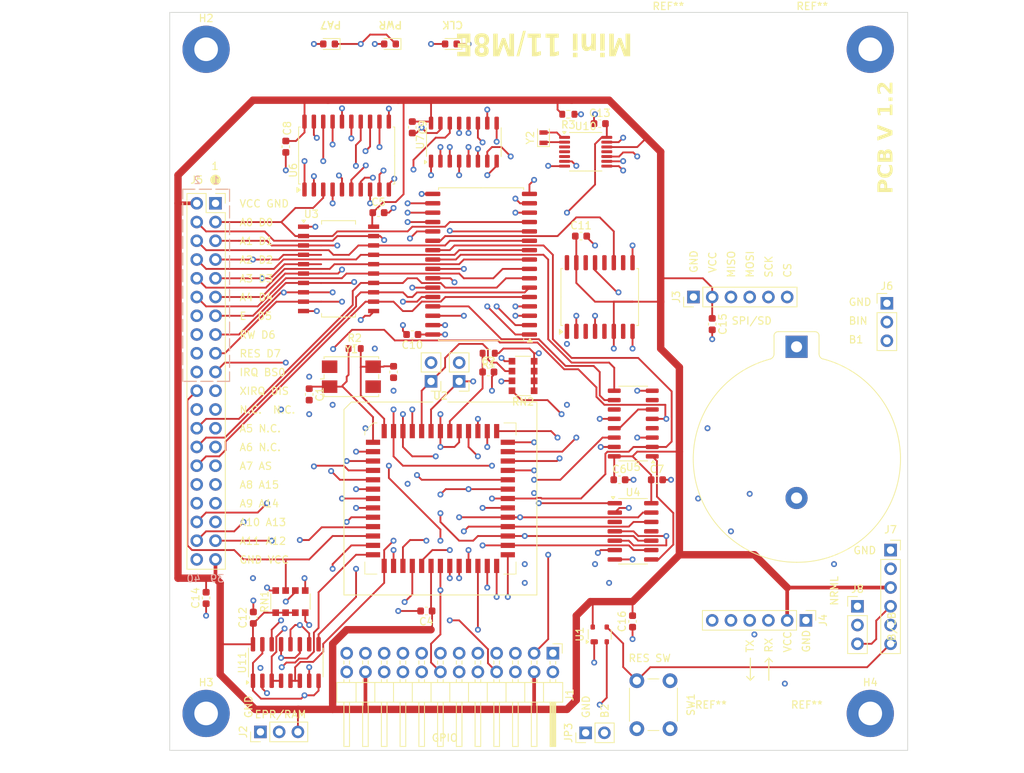
<source format=kicad_pcb>
(kicad_pcb (version 20240108) (generator "pcbnew") (generator_version "8.0")
  (layers (0 "F.Cu" signal) (1 "In1.Cu" signal) (2 "In2.Cu" signal) (31 "B.Cu" signal) (34 "B.Paste" user) (35 "F.Paste" user) (36 "B.SilkS" user "B.Silkscreen") (37 "F.SilkS" user "F.Silkscreen") (38 "B.Mask" user) (39 "F.Mask" user) (44 "Edge.Cuts" user))
  (net 0 "")
  (net 1 "GND")
  (net 2 "/A15")
  (net 3 "/A14")
  (net 4 "/A13")
  (net 5 "/A12")
  (net 6 "/A11")
  (net 7 "/A10")
  (net 8 "/A9")
  (net 9 "/A8")
  (net 10 "/A7")
  (net 11 "/A6")
  (net 12 "/A5")
  (net 13 "/A4")
  (net 14 "/A3")
  (net 15 "/A2")
  (net 16 "/A1")
  (net 17 "/A0")
  (net 18 "RES*")
  (net 19 "E")
  (net 20 "R{slash}W*")
  (net 21 "VCC")
  (net 22 "/bus/BREQ")
  (net 23 "IRQ*")
  (net 24 "/bus/BA")
  (net 25 "AS")
  (net 26 "XIRQ*")
  (net 27 "/bus/HALT")
  (net 28 "/bus/MR")
  (net 29 "/MOSI")
  (net 30 "/MISO")
  (net 31 "/PA6")
  (net 32 "/PA5")
  (net 33 "/TX")
  (net 34 "PA1")
  (net 35 "RX")
  (net 36 "/PA4")
  (net 37 "/SCK")
  (net 38 "PA0")
  (net 39 "/MODA")
  (net 40 "/CS")
  (net 41 "/MODB")
  (net 42 "PA2")
  (net 43 "Net-(BT1-+)")
  (net 44 "BSEL1*")
  (net 45 "Net-(U2-XTAL)")
  (net 46 "Net-(U2-VRH)")
  (net 47 "Net-(U2-EXTAL)")
  (net 48 "PE4")
  (net 49 "PE3")
  (net 50 "PE6")
  (net 51 "PE0")
  (net 52 "Net-(U5B-E)")
  (net 54 "/D7")
  (net 55 "Net-(U7-Zc)")
  (net 56 "Net-(U7-Zd)")
  (net 57 "Net-(U7-Zb)")
  (net 58 "Net-(U7-Za)")
  (net 59 "/D6")
  (net 60 "/D4")
  (net 61 "Net-(D1-A)")
  (net 62 "PE5")
  (net 63 "PA7")
  (net 64 "PA3")
  (net 65 "PE1")
  (net 66 "PE2")
  (net 67 "Net-(U5A-O2)")
  (net 70 "/D1")
  (net 71 "/D2")
  (net 72 "/D3")
  (net 73 "/D5")
  (net 74 "/D0")
  (net 75 "/Mux-RTC/SEROUT")
  (net 76 "/Mux-RTC/SPIOUT")
  (net 77 "PE7")
  (net 78 "/Decode-Latch/RAM{slash}~{IO}")
  (net 79 "/Decode-Latch/~{RAMRD}")
  (net 80 "/Decode-Latch/~{RAMWR}")
  (net 81 "/Decode-Latch/~{LATWR}")
  (net 82 "/Decode-Latch/Y0")
  (net 83 "/Decode-Latch/Z3")
  (net 84 "/Decode-Latch/Z2")
  (net 85 "/Decode-Latch/Y1")
  (net 86 "/Decode-Latch/Y3")
  (net 87 "/Decode-Latch/Z1")
  (net 88 "/Decode-Latch/Z0")
  (net 89 "/Decode-Latch/Y2")
  (net 90 "PWRLED")
  (net 91 "~{DIS}")
  (net 92 "/Memory/VCCO")
  (net 95 "Net-(J6-Pin_2)")
  (net 96 "Net-(JP3-B)")
  (net 97 "Net-(U8-CE#)")
  (net 108 "Net-(D3-K)")
  (net 109 "Net-(U10-OSCI)")
  (net 110 "Net-(U10-SDO)")
  (net 111 "Net-(U10-OSC0)")
  (net 114 "Net-(D3-A)")
  (net 115 "Net-(J2-Pin_2)")
  (net 116 "MR")
  (net 117 "Net-(J4-Pin_3)")
  (net 119 "Net-(J7-Pin_4)")
  (footprint "Capacitor_SMD:C_0603_1608Metric" (layer "F.Cu") (at 93.97 101.765 -90)
    (property "Reference" "C1")
    (property "Value" "22p")
  )
  (footprint "LED_SMD:LED_0603_1608Metric" (layer "F.Cu") (at 104.9175 54.28 180)
    (property "Reference" "D2")
    (property "Value" "PWR")
  )
  (footprint "Package_SO:SOIC-16W_7.5x10.3mm_P1.27mm" (layer "F.Cu") (at 133.34 88.57 90)
    (property "Reference" "U9" (hide yes))
    (property "Value" "DS1210S" (hide yes))
  )
  (footprint "Resistor_SMD:R_0603_1608Metric" (layer "F.Cu") (at 129.085 63.805 180)
    (property "Reference" "R3")
    (property "Value" "10k")
  )
  (footprint "Package_SO:SO-16_3.9x9.9mm_P1.27mm" (layer "F.Cu") (at 137.88 105.715 180)
    (property "Reference" "U5")
    (property "Value" "74HC139")
  )
  (footprint "Capacitor_SMD:C_0603_1608Metric" (layer "F.Cu") (at 80 129.35 90)
    (property "Reference" "C14")
    (property "Value" "100n")
  )
  (footprint "MountingHole:MountingHole_2.2mm_M2_ISO14580" (layer "F.Cu") (at 148.407 146.736)
    (property "Reference" "REF**")
    (property "Value" "MountingHole_2.2mm_M2_ISO14580" (hide yes))
  )
  (footprint "Connector_PinHeader_2.54mm:PinHeader_1x02_P2.54mm_Vertical" (layer "F.Cu") (at 114.29 100 180)
    (property "Reference" "JP2" (hide yes))
    (property "Value" "MODB" (hide yes))
  )
  (footprint "Connector_PinSocket_2.54mm:PinSocket_1x06_P2.54mm_Vertical" (layer "F.Cu") (at 172.75 122.86)
    (property "Reference" "J7")
    (property "Value" "Serial")
  )
  (footprint "Capacitor_SMD:C_0603_1608Metric" (layer "F.Cu") (at 107.94 93.65 180)
    (property "Reference" "C10")
    (property "Value" "100n")
  )
  (footprint "Package_SO:SSOP-32_11.305x20.495mm_P1.27mm" (layer "F.Cu") (at 117.265 84.125 180)
    (property "Reference" "U8" (hide yes))
    (property "Value" "AS6C4008-55PCN" (hide yes))
  )
  (footprint "Capacitor_SMD:C_0603_1608Metric" (layer "F.Cu") (at 105.4 98.73 -90)
    (property "Reference" "C3" (hide yes))
    (property "Value" "22pF")
  )
  (footprint "LED_SMD:LED_0603_1608Metric" (layer "F.Cu") (at 96.6625 54.28 180)
    (property "Reference" "D1")
    (property "Value" "STAT")
  )
  (footprint "Capacitor_SMD:C_0603_1608Metric" (layer "F.Cu") (at 118.24 98.73)
    (property "Reference" "C2")
    (property "Value" "100n")
  )
  (footprint "Package_SO:SOP-20_7.5x12.8mm_P1.27mm" (layer "F.Cu") (at 99.045 69.4 90)
    (property "Reference" "U6")
    (property "Value" "74HC273")
  )
  (footprint "Capacitor_SMD:C_0603_1608Metric" (layer "F.Cu") (at 107.94 65.57 -90)
    (property "Reference" "C9")
    (property "Value" "100n")
  )
  (footprint "Connector_PinHeader_2.54mm:PinHeader_1x06_P2.54mm_Vertical" (layer "F.Cu") (at 161.28 132.385 -90)
    (property "Reference" "J4")
    (property "Value" "Serial")
  )
  (footprint "MountingHole:MountingHole_2.2mm_M2_ISO14580" (layer "F.Cu") (at 161.407 146.736)
    (property "Reference" "REF**")
    (property "Value" "MountingHole_2.2mm_M2_ISO14580" (hide yes))
  )
  (footprint "MountingHole:MountingHole_3.2mm_M3_Pad" (layer "F.Cu") (at 170 145)
    (property "Reference" "H4")
    (property "Value" "MountingHole_Pad" (hide yes))
  )
  (footprint "Capacitor_SMD:C_0603_1608Metric" (layer "F.Cu") (at 86.4 132.025 90)
    (property "Reference" "C12")
    (property "Value" "100n")
  )
  (footprint "Resistor_SMD:R_Array_Convex_4x1206" (layer "F.Cu") (at 122.95 99.27 180)
    (property "Reference" "RN2")
    (property "Value" "R_Pack04")
  )
  (footprint "Package_SO:TSSOP-14_4.4x5mm_P0.65mm" (layer "F.Cu") (at 131.435 68.885)
    (property "Reference" "U10")
    (property "Value" "PCF2123" (hide yes))
  )
  (footprint "MountingHole:MountingHole_3.2mm_M3_Pad" (layer "F.Cu") (at 80 55)
    (property "Reference" "H2")
    (property "Value" "MountingHole_Pad" (hide yes))
  )
  (footprint "Capacitor_SMD:C_0603_1608Metric" (layer "F.Cu") (at 148.58 92.24 -90)
    (property "Reference" "C15")
    (property "Value" "100n")
  )
  (footprint "Capacitor_SMD:C_0603_1608Metric" (layer "F.Cu") (at 133.34 65.075)
    (property "Reference" "C13")
    (property "Value" "100n")
  )
  (footprint "Connector_PinHeader_2.54mm:PinHeader_2x12_P2.54mm_Horizontal" (layer "F.Cu") (at 126.99 136.83 -90)
    (property "Reference" "J1")
    (property "Value" "I/O")
  )
  (footprint "LED_SMD:LED_0603_1608Metric" (layer "F.Cu") (at 113.1725 54.28 180)
    (property "Reference" "D3")
    (property "Value" "CLK")
  )
  (footprint "Connector_PinSocket_2.54mm:PinSocket_2x20_P2.54mm_Vertical" (layer "F.Cu") (at 81.27 75.87)
    (property "Reference" "J5")
    (property "Value" "Conn_02x20_Odd_Even" (hide yes))
  )
  (footprint "Connector_PinHeader_2.54mm:PinHeader_1x03_P2.54mm_Vertical" (layer "F.Cu") (at 172.25 89.42)
    (property "Reference" "J6")
    (property "Value" "BAT1")
  )
  (footprint "Capacitor_SMD:C_0603_1608Metric" (layer "F.Cu") (at 130.8 80.315)
    (property "Reference" "C11")
    (property "Value" "100n")
  )
  (footprint "Capacitor_SMD:C_0603_1608Metric" (layer "F.Cu") (at 103.355 77.14)
    (property "Reference" "C5")
    (property "Value" "100n")
  )
  (footprint "Package_SO:SO-16_3.9x9.9mm_P1.27mm" (layer "F.Cu") (at 114.925 67.58 90)
    (property "Reference" "U7")
    (property "Value" "74HC157")
  )
  (footprint "Connector_PinHeader_2.54mm:PinHeader_1x03_P2.54mm_Vertical" (layer "F.Cu") (at 168.265 130.48)
    (property "Reference" "J8")
    (property "Value" "SSEL")
  )
  (footprint "MountingHole:MountingHole_3.2mm_M3_Pad" (layer "F.Cu") (at 170 55)
    (property "Reference" "H1" (hide yes))
    (property "Value" "MountingHole_Pad" (hide yes))
  )
  (footprint "Package_SO:SO-20_12.8x7.5mm_P1.27mm" (layer "F.Cu") (at 97.95 84.755)
    (property "Reference" "U3")
    (property "Value" "74HC573")
  )
  (footprint "MountingHole:MountingHole_3.2mm_M3_Pad" (layer "F.Cu") (at 80 145)
    (property "Reference" "H3")
    (property "Value" "MountingHole_Pad" (hide yes))
  )
  (footprint "Crystal:Crystal_SMD_FOX_FQ7050-4Pin_7.0x5.0mm" (layer "F.Cu") (at 99.685 99.365)
    (property "Reference" "Y1")
    (property "Value" "7.3728 MHz")
  )
  (footprint "Package_SO:SO-14_3.9x8.65mm_P1.27mm" (layer "F.Cu") (at 137.85 120.32)
    (property "Reference" "U4")
    (property "Value" "74HC20")
  )
  (footprint "Connector_PinHeader_2.54mm:PinHeader_1x02_P2.54mm_Vertical" (layer "F.Cu") (at 131.43 147.625 90)
    (property "Reference" "JP3")
    (property "Value" "BAT2")
  )
  (footprint "Battery:BatteryHolder_Keystone_107_1x23mm" (layer "F.Cu") (at 160.010001 95.315 -90)
    (property "Reference" "BT1" (hide yes))
    (property "Value" "CR2032" (hide yes))
  )
  (footprint "Capacitor_SMD:C_0603_1608Metric" (layer "F.Cu") (at 90.8 68.2 -90)
    (property "Reference" "C8")
    (property "Value" "100n")
  )
  (footprint "Connector_PinHeader_2.54mm:PinHeader_1x03_P2.54mm_Vertical" (layer "F.Cu") (at 87.36 147.5 90)
    (property "Reference" "J2")
    (property "Value" "SBOOT")
  )
  (footprint "MountingHole:MountingHole_2.2mm_M2_ISO14580" (layer "F.Cu") (at 142.64 52.07)
    (property "Reference" "REF**")
    (property "Value" "MountingHole_2.2mm_M2_ISO14580" (hide yes))
  )
  (footprint "Crystal:Crystal_SMD_2012-2Pin_2.0x1.2mm" (layer "F.Cu") (at 125.72 66.98 90)
    (property "Reference" "Y2")
    (property "Value" "32768 kHz")
  )
  (footprint "Resistor_SMD:R_0603_1608Metric" (layer "F.Cu") (at 118.29 96.19 180)
    (property "Reference" "R1")
    (property "Value" "1.0k")
  )
  (footprint "Capacitor_SMD:C_0603_1608Metric" (layer "F.Cu") (at 141.09 113.335)
    (property "Reference" "C7")
    (property "Value" "100n")
  )
  (footprint "Package_TO_SOT_SMD:SOT-143" (layer "F.Cu") (at 133.34 134.29 90)
    (property "Reference" "U1")
    (property "Value" "MIC811LUY")
  )
  (footprint "Package_LCC:PLCC-52_SMD-Socket" (layer "F.Cu") (at 111.75 115.875)
    (property "Reference" "U2")
    (property "Value" "68HC11_PLCC")
  )
  (footprint "Resistor_SMD:R_Array_Convex_4x1206" (layer "F.Cu") (at 91.43 129.845 90)
    (property "Reference" "RN1")
    (property "Value" "R_Pack04")
  )
  (footprint "MountingHole:MountingHole_2.2mm_M2_ISO14580" (layer "F.Cu") (at 162.14 52.07)
    (property "Reference" "REF**")
    (property "Value" "MountingHole_2.2mm_M2_ISO14580" (hide yes))
  )
  (footprint "Capacitor_SMD:C_0603_1608Metric" (layer "F.Cu") (at 136.01 113.335)
    (property "Reference" "C6")
    (property "Value" "100n")
  )
  (footprint "Connector_PinHeader_2.54mm:PinHeader_1x02_P2.54mm_Vertical" (layer "F.Cu") (at 110.48 100 180)
    (property "Reference" "JP1" (hide yes))
    (property "Value" "MODA" (hide yes))
  )
  (footprint "Capacitor_SMD:C_0603_1608Metric" (layer "F.Cu") (at 137.785 132.525 90)
    (property "Reference" "C16")
    (property "Value" "100n")
  )
  (footprint "Package_SO:SOIC-16_3.9x9.9mm_P1.27mm" (layer "F.Cu") (at 90.795 138.1 90)
    (property "Reference" "U11")
    (property "Value" "74LS153" (hide yes))
  )
  (footprint "Button_Switch_THT:SW_PUSH_6mm_H4.3mm" (layer "F.Cu") (at 142.865 140.565 -90)
    (property "Reference" "SW1")
    (property "Value" "Reset" (hide yes))
  )
  (footprint "Capacitor_SMD:C_0603_1608Metric" (layer "F.Cu") (at 109.845 131.115 180)
    (property "Reference" "C4")
    (property "Value" "100n")
  )
  (footprint "Resistor_SMD:R_0603_1608Metric" (layer "F.Cu") (at 100.13 95.555)
    (property "Reference" "R2")
    (property "Value" "10M" (hide yes))
  )
  (footprint "Connector_PinHeader_2.54mm:PinHeader_1x06_P2.54mm_Vertical" (layer "F.Cu") (at 146.04 88.57 90)
    (property "Reference" "J3")
    (property "Value" "OBSD")
  )
  (gr_rect (start 76.825 73.965) (end 83.175 100) (stroke (width 0.15) (type dash)) (fill none) (layer "B.SilkS"))
  (gr_line (start 153.75 137.5) (end 153.75 140.5) (stroke (width 0.15)) (layer "F.SilkS"))
  (gr_line (start 153.75 140.5) (end 154.25 140) (stroke (width 0.15)) (layer "F.SilkS"))
  (gr_line (start 156.25 140.5) (end 156.25 137.5) (stroke (width 0.15)) (layer "F.SilkS"))
  (gr_circle (center 81.27 72.695) (end 81.905 72.695) (stroke (width 0.15)) (fill solid) (layer "F.SilkS"))
  (gr_line (start 153.75 140.5) (end 153.25 140) (stroke (width 0.15)) (layer "F.SilkS"))
  (gr_rect (start 76.825 73.965) (end 83.175 100) (stroke (width 0.15) (type dash)) (fill none) (layer "F.SilkS"))
  (gr_line (start 156.25 137.5) (end 156.743179 137.993179) (stroke (width 0.15)) (layer "F.SilkS"))
  (gr_line (start 156.25 137.5) (end 155.735649 138.014351) (stroke (width 0.15)) (layer "F.SilkS"))
  (gr_line (start 175.07 50) (end 175.07 150) (stroke (width 0.1)) (layer "Edge.Cuts"))
  (gr_line (start 75.07 150) (end 175.07 150) (stroke (width 0.1)) (layer "Edge.Cuts"))
  (gr_line (start 75.07 50) (end 175.07 50) (stroke (width 0.1)) (layer "Edge.Cuts"))
  (gr_line (start 75.07 150) (end 75.07 50) (stroke (width 0.1)) (layer "Edge.Cuts"))
  (gr_text "1" (at 81.905 73.33 0) (layer "B.SilkS") (effects (font (size 1 1)) (justify left bottom mirror)))
  (gr_text "40" (at 79.365 127.305 0) (layer "B.SilkS") (effects (font (size 1 1)) (justify left bottom mirror)))
  (gr_text "39" (at 82.54 127.305 0) (layer "B.SilkS") (effects (font (size 1 1)) (justify left bottom mirror)))
  (gr_text "2" (at 79.365 73.33 0) (layer "B.SilkS") (effects (font (size 1 1)) (justify left bottom mirror)))
  (gr_text "A4 D4" (at 84.445 89.205 0) (layer "F.SilkS") (effects (font (size 1 1)) (justify left bottom)))
  (gr_text "VCC GND" (at 84.445 76.505 0) (layer "F.SilkS") (effects (font (size 1 1)) (justify left bottom)))
  (gr_text "VCC" (at 149.215 85.395 90) (layer "F.SilkS") (effects (font (size 1 1)) (justify left bottom)))
  (gr_text "XIRQ DIS" (at 84.445 101.905 0) (layer "F.SilkS") (effects (font (size 1 1)) (justify left bottom)))
  (gr_text "E  D5" (at 84.445 91.745 0) (layer "F.SilkS") (effects (font (size 1 1)) (justify left bottom)))
  (gr_text "PWR" (at 106.67 51.105 180) (layer "F.SilkS") (effects (font (size 1 1) (thickness 0.1875) (bold yes)) (justify left bottom)))
  (gr_text "RES D7" (at 84.445 96.825 0) (layer "F.SilkS") (effects (font (size 1 1)) (justify left bottom)))
  (gr_text "GND" (at 166.995 89.84 0) (layer "F.SilkS") (effects (font (size 1 1)) (justify left bottom)))
  (gr_text "A3 D3" (at 84.445 86.665 0) (layer "F.SilkS") (effects (font (size 1 1)) (justify left bottom)))
  (gr_text "A10 A13" (at 84.445 119.685 0) (layer "F.SilkS") (effects (font (size 1 1)) (justify left bottom)))
  (gr_text "BIN" (at 166.995 92.38 0) (layer "F.SilkS") (effects (font (size 1 1)) (justify left bottom)))
  (gr_text "PA7" (at 98.415 51.105 180) (layer "F.SilkS") (effects (font (size 1 1) (thickness 0.1875) (bold yes)) (justify left bottom)))
  (gr_text "CS" (at 159.375 86.03 90) (layer "F.SilkS") (effects (font (size 1 1)) (justify left bottom)))
  (gr_text "PCB V 1.2" (at 173.345 74.6 90) (layer "F.SilkS") (effects (font (size 2 2) (thickness 0.3) (bold yes)) (justify left bottom)))
  (gr_text "GND" (at 146.675 85.395 90) (layer "F.SilkS") (effects (font (size 1 1)) (justify left bottom)))
  (gr_text "SCK" (at 156.835 86.03 90) (layer "F.SilkS") (effects (font (size 1 1)) (justify left bottom)))
  (gr_text "RW D6" (at 84.445 94.285 0) (layer "F.SilkS") (effects (font (size 1 1)) (justify left bottom)))
  (gr_text "IB/EB" (at 173.5 135.75 90) (layer "F.SilkS") (effects (font (size 1 1)) (justify left bottom)))
  (gr_text "SPI/SD" (at 151.12 92.38 0) (layer "F.SilkS") (effects (font (size 1 1)) (justify left bottom)))
  (gr_text "A7 AS" (at 84.445 112.065 0) (layer "F.SilkS") (effects (font (size 1 1)) (justify left bottom)))
  (gr_text "1" (at 80.635 71.425 0) (layer "F.SilkS") (effects (font (size 1 1)) (justify left bottom)))
  (gr_text "RES SW" (at 137.15 138.1 0) (layer "F.SilkS") (effects (font (size 1 1)) (justify left bottom)))
  (gr_text "N.C.  N.C." (at 84.445 104.445 0) (layer "F.SilkS") (effects (font (size 1 1)) (justify left bottom)))
  (gr_text "GND" (at 167.63 123.495 0) (layer "F.SilkS") (effects (font (size 1 1)) (justify left bottom)))
  (gr_text "A9 A14" (at 84.445 117.145 0) (layer "F.SilkS") (effects (font (size 1 1)) (justify left bottom)))
  (gr_text "GND" (at 86.35 145.72 90) (layer "F.SilkS") (effects (font (size 1 1)) (justify left bottom)))
  (gr_text "GND" (at 161.915 136.83 90) (layer "F.SilkS") (effects (font (size 1 1)) (justify left bottom)))
  (gr_text "A5 N.C." (at 84.445 106.985 0) (layer "F.SilkS") (effects (font (size 1 1)) (justify left bottom)))
  (gr_text "A1 D1" (at 84.445 81.585 0) (layer "F.SilkS") (effects (font (size 1 1)) (justify left bottom)))
  (gr_text "IRQ BS0" (at 84.445 99.365 0) (layer "F.SilkS") (effects (font (size 1 1)) (justify left bottom)))
  (gr_text "GND" (at 132.07 145.72 90) (layer "F.SilkS") (effects (font (size 1 1)) (justify left bottom)))
  (gr_text "GND VCC" (at 84.445 124.765 0) (layer "F.SilkS") (effects (font (size 1 1)) (justify left bottom)))
  (gr_text "EPR/RAM" (at 86.5 145.72 0) (layer "F.SilkS") (effects (font (size 1 1)) (justify left bottom)))
  (gr_text "MOSI" (at 154.295 86.03 90) (layer "F.SilkS") (effects (font (size 1 1)) (justify left bottom)))
  (gr_text "RX" (at 156.835 136.83 90) (layer "F.SilkS") (effects (font (size 1 1)) (justify left bottom)))
  (gr_text "A2 D2" (at 84.445 84.125 0) (layer "F.SilkS") (effects (font (size 1 1)) (justify left bottom)))
  (gr_text "GPIO" (at 110.48 148.895 0) (layer "F.SilkS") (effects (font (size 1 1)) (justify left bottom)))
  (gr_text "VCC" (at 159.375 136.83 90) (layer "F.SilkS") (effects (font (size 1 1)) (justify left bottom)))
  (gr_text "B2" (at 134.61 145.72 90) (layer "F.SilkS") (effects (font (size 1 1)) (justify left bottom)))
  (gr_text "NRML" (at 165.725 130.48 90) (layer "F.SilkS") (effects (font (size 1 1)) (justify left bottom)))
  (gr_text "TX" (at 154.295 136.83 90) (layer "F.SilkS") (effects (font (size 1 1)) (justify left bottom)))
  (gr_text "B1" (at 166.995 94.92 0) (layer "F.SilkS") (effects (font (size 1 1)) (justify left bottom)))
  (gr_text "CLK" (at 114.925 51.105 180) (layer "F.SilkS") (effects (font (size 1 1) (thickness 0.1875) (bold yes)) (justify left bottom)))
  (gr_text "A0 D0" (at 84.445 79.045 0) (layer "F.SilkS") (effects (font (size 1 1)) (justify left bottom)))
  (gr_text "MISO" (at 151.755 86.03 90) (layer "F.SilkS") (effects (font (size 1 1)) (justify left bottom)))
  (gr_text "A11 A12" (at 84.445 122.225 0) (layer "F.SilkS") (effects (font (size 1 1)) (justify left bottom)))
  (gr_text "Mini 11/M8E" (at 137.785 52.375 180) (layer "F.SilkS") (effects (font (size 3 2.5) (thickness 0.3) (bold yes)) (justify left bottom)))
  (gr_text "A8 A15" (at 84.445 114.605 0) (layer "F.SilkS") (effects (font (size 1 1)) (justify left bottom)))
  (gr_text "A6 N.C." (at 84.445 109.525 0) (layer "F.SilkS") (effects (font (size 1 1)) (justify left bottom)))
  (segment (start 86.35 138.15) (end 87.62 136.88) (width 0.25) (layer "F.Cu") (net 1))
  (segment (start 119.015 99.085) (end 118.735 99.365) (width 0.25) (layer "F.Cu") (net 1))
  (segment (start 86.35 141.91) (end 87.44 143) (width 0.25) (layer "F.Cu") (net 1))
  (segment (start 111.75 104.445) (end 111.75 106.7425) (width 0.25) (layer "F.Cu") (net 1))
  (segment (start 126.355 70.79) (end 126.4 70.835) (width 0.25) (layer "F.Cu") (net 1))
  (segment (start 111.75 108.89) (end 113.655 108.89) (width 0.25) (layer "F.Cu") (net 1))
  (segment (start 93.205 90.475) (end 95 90.475) (width 0.25) (layer "F.Cu") (net 1))
  (segment (start 111.75 65.879999) (end 111.75 65.005) (width 0.25) (layer "F.Cu") (net 1))
  (segment (start 93.2 90.47) (end 93.205 90.475) (width 0.25) (layer "F.Cu") (net 1))
  (segment (start 119.37 70.79) (end 119.37 70.155) (width 0.25) (layer "F.Cu") (net 1))
  (segment (start 86.4 129.7) (end 86.4 131.25) (width 0.25) (layer "F.Cu") (net 1))
  (segment (start 137.785 93.22) (end 137.785 95.555) (width 0.25) (layer "F.Cu") (net 1))
  (segment (start 137.785 133.3) (end 137.785 134.925) (width 0.25) (layer "F.Cu") (net 1))
  (segment (start 90.8 71.4) (end 90.795 71.395) (width 0.25) (layer "F.Cu") (net 1))
  (segment (start 100.955 54.28) (end 102.225 53.01) (width 0.25) (layer "F.Cu") (net 1))
  (segment (start 109.935 66.345) (end 111.284999 66.345) (width 0.25) (layer "F.Cu") (net 1))
  (segment (start 131.575 80.315) (end 131.575 80.455) (width 0.25) (layer "F.Cu") (net 1))
  (segment (start 109.07 131.115) (end 106.035 131.115) (width 0.25) (layer "F.Cu") (net 1))
  (segment (start 118.735 101.27) (end 118.735 99.365) (width 0.25) (layer "F.Cu") (net 1))
  (segment (start 80 130.125) (end 80 131.75) (width 0.25) (layer "F.Cu") (net 1))
  (segment (start 102.225 53.01) (end 104.435 53.01) (width 0.25) (layer "F.Cu") (net 1))
  (segment (start 113.655 108.89) (end 114.29 108.255) (width 0.25) (layer "F.Cu") (net 1))
  (segment (start 114.29 108.255) (end 114.29 106.7425) (width 0.25) (layer "F.Cu") (net 1))
  (segment (start 87.62 136.88) (end 87.62 135.625) (width 0.25) (layer "F.Cu") (net 1))
  (segment (start 93.205 79.045) (end 93.2 79.04) (width 0.25) (layer "F.Cu") (net 1))
  (segment (start 94.605 142.545) (end 93.335 142.545) (width 0.25) (layer "F.Cu") (net 1))
  (segment (start 123.815 74.6) (end 123.815 73.33) (width 0.25) (layer "F.Cu") (net 1))
  (segment (start 141.865 113.335) (end 142.995 113.335) (width 0.25) (layer "F.Cu") (net 1))
  (segment (start 111.284999 66.345) (end 111.75 65.879999) (width 0.25) (layer "F.Cu") (net 1))
  (segment (start 106.67 92.38) (end 106.67 93.155) (width 0.25) (layer "F.Cu") (net 1))
  (segment (start 136.785 113.335) (end 137.915 113.335) (width 0.25) (layer "F.Cu") (net 1))
  (segment (start 126.4 70.835) (end 128.5725 70.835) (width 0.25) (layer "F.Cu") (net 1))
  (segment (start 132.565 65.075) (end 132.565 63.945) (width 0.25) (layer "F.Cu") (net 1))
  (segment (start 108.485 66.345) (end 109.21 65.62) (width 0.25) (layer "F.Cu") (net 1))
  (segment (start 95.24 141.91) (end 94.605 142.545) (width 0.25) (layer "F.Cu") (net 1))
  (segment (start 132.59 135.29) (end 132.59 138.1) (width 0.25) (layer "F.Cu") (net 1))
  (segment (start 140.455 101.27) (end 138.42 101.27) (width 0.25) (layer "F.Cu") (net 1))
  (segment (start 137.785 81.585) (end 137.785 83.92) (width 0.25) (layer "F.Cu") (net 1))
  (segment (start 107.94 66.345) (end 108.485 66.345) (width 0.25) (layer "F.Cu") (net 1))
  (segment (start 92.88 143) (end 93.335 142.545) (width 0.25) (layer "F.Cu") (net 1))
  (segment (start 135.375 124.13) (end 137.785 124.13) (width 0.25) (layer "F.Cu") (net 1))
  (segment (start 90.795 71.395) (end 90.795 69) (width 0.25) (layer "F.Cu") (net 1))
  (segment (start 104.13 77.14) (end 104.765 77.14) (width 0.25) (layer "F.Cu") (net 1))
  (segment (start 123.815 73.33) (end 124.45 72.695) (width 0.25) (layer "F.Cu") (net 1))
  (segment (start 104.765 77.14) (end 105.4 76.505) (width 0.25) (layer "F.Cu") (net 1))
  (segment (start 104.76 73.275) (end 104.76 74) (width 0.25) (layer "F.Cu") (net 1))
  (segment (start 104.435 53.01) (end 105.705 54.28) (width 0.25) (layer "F.Cu") (net 1))
  (segment (start 86.35 140.575) (end 86.35 141.91) (width 0.25) (layer "F.Cu") (net 1))
  (segment (start 118.1 72.06) (end 119.37 70.79) (width 0.25) (layer "F.Cu") (net 1))
  (segment (start 86.35 140.575) (end 86.35 138.15) (width 0.25) (layer "F.Cu") (net 1))
  (segment (start 94.8 79.045) (end 93.205 79.045) (width 0.25) (layer "F.Cu") (net 1))
  (segment (start 148.58 93.015) (end 148.58 94.285) (width 0.25) (layer "F.Cu") (net 1))
  (segment (start 131.575 80.455) (end 132.705 81.585) (width 0.25) (layer "F.Cu") (net 1))
  (segment (start 97.45 54.28) (end 100.955 54.28) (width 0.25) (layer "F.Cu") (net 1))
  (segment (start 119.015 98.73) (end 119.015 99.085) (width 0.25) (layer "F.Cu") (net 1))
  (segment (start 106.67 93.155) (end 107.165 93.65) (width 0.25) (layer "F.Cu") (net 1))
  (segment (start 105.5 72.535) (end 104.76 73.275) (width 0.25) (layer "F.Cu") (net 1))
  (segment (start 132.565 63.945) (end 132.705 63.805) (width 0.25) (layer "F.Cu") (net 1))
  (segment (start 95.24 140.575) (end 95.24 141.91) (width 0.25) (layer "F.Cu") (net 1))
  (segment (start 87.44 143) (end 92.88 143) (width 0.25) (layer "F.Cu") (net 1))
  (segment (start 109.21 65.62) (end 109.935 66.345) (width 0.25) (layer "F.Cu") (net 1))
  (segment (start 111.75 106.7425) (end 111.75 108.89) (width 0.25) (layer "F.Cu") (net 1))
  (via (at 106.67 92.38) (size 0.8) (drill 0.4) (layers "F.Cu" "B.Cu") (net 1))
  (via (at 93.97 99.365) (size 0.8) (drill 0.4) (layers "F.Cu" "B.Cu") (net 1))
  (via (at 80 131.75) (size 0.8) (drill 0.4) (layers "F.Cu" "B.Cu") (net 1))
  (via (at 106.035 131.115) (size 0.8) (drill 0.4) (layers "F.Cu" "B.Cu") (net 1))
  (via (at 138.42 101.27) (size 0.8) (drill 0.4) (layers "F.Cu" "B.Cu") (net 1))
  (via (at 109.21 65.62) (size 0.8) (drill 0.4) (layers "F.Cu" "B.Cu") (net 1))
  (via (at 102.86 95.555) (size 0.8) (drill 0.4) (layers "F.Cu" "B.Cu") (net 1))
  (via (at 137.785 95.555) (size 0.8) (drill 0.4) (layers "F.Cu" "B.Cu") (net 1))
  (via (at 100.955 54.28) (size 0.8) (drill 0.4) (layers "F.Cu" "B.Cu") (net 1))
  (via (at 105.4 101.27) (size 0.8) (drill 0.4) (layers "F.Cu" "B.Cu") (net 1))
  (via (at 111.75 108.89) (size 0.8) (drill 0.4) (layers "F.Cu" "B.Cu") (net 1))
  (via (at 132.705 81.585) (size 0.8) (drill 0.4) (layers "F.Cu" "B.Cu") (net 1))
  (via (at 93.97 104.445) (size 0.8) (drill 0.4) (layers "F.Cu" "B.Cu") (net 1))
  (via (at 118.735 101.27) (size 0.8) (drill 0.4) (layers "F.Cu" "B.Cu") (net 1))
  (via (at 137.915 113.335) (size 0.8) (drill 0.4) (layers "F.Cu" "B.Cu") (net 1))
  (via (at 111.75 104.445) (size 0.8) (drill 0.4) (layers "F.Cu" "B.Cu") (net 1))
  (via (at 105.5 72.535) (size 0.8) (drill 0.4) (layers "F.Cu" "B.Cu") (net 1))
  (via (at 95 90.475) (size 0.8) (drill 0.4) (layers "F.Cu" "B.Cu") (net 1))
  (via (at 132.59 138.1) (size 0.8) (drill 0.4) (layers "F.Cu" "B.Cu") (net 1))
  (via (at 101.59 106.35) (size 0.8) (drill 0.4) (layers "F.Cu" "B.Cu") (net 1))
  (via (at 90.8 71.4) (size 0.8) (drill 0.4) (layers "F.Cu" "B.Cu") (net 1))
  (via (at 137.785 81.585) (size 0.8) (drill 0.4) (layers "F.Cu" "B.Cu") (net 1))
  (via (at 142.995 113.335) (size 0.8) (drill 0.4) (layers "F.Cu" "B.Cu") (net 1))
  (via (at 137.785 124.13) (size 0.8) (drill 0.4) (layers "F.Cu" "B.Cu") (net 1))
  (via (at 137.785 134.925) (size 0.8) (drill 0.4) (layers "F.Cu" "B.Cu") (net 1))
  (via (at 93.335 142.545) (size 0.8) (drill 0.4) (layers "F.Cu" "B.Cu") (net 1))
  (via (at 148.58 94.285) (size 0.8) (drill 0.4) (layers "F.Cu" "B.Cu") (net 1))
  (via (at 105.4 76.505) (size 0.8) (drill 0.4) (layers "F.Cu" "B.Cu") (net 1))
  (via (at 97.145 103.175) (size 0.8) (drill 0.4) (layers "F.Cu" "B.Cu") (net 1))
  (via (at 94.8 79.045) (size 0.8) (drill 0.4) (layers "F.Cu" "B.Cu") (net 1))
  (via (at 132.705 63.805) (size 0.8) (drill 0.4) (layers "F.Cu" "B.Cu") (net 1))
  (via (at 118.1 72.06) (size 0.8) (drill 0.4) (layers "F.Cu" "B.Cu") (net 1))
  (via (at 126.355 70.79) (size 0.8) (drill 0.4) (layers "F.Cu" "B.Cu") (net 1))
  (via (at 86.4 129.7) (size 0.8) (drill 0.4) (layers "F.Cu" "B.Cu") (net 1))
  (via (at 124.45 72.695) (size 0.8) (drill 0.4) (layers "F.Cu" "B.Cu") (net 1))
  (segment (start 120.8825 122.225) (end 137.28 122.225) (width 0.25) (layer "F.Cu") (net 2))
  (segment (start 120.8825 122.225) (end 117.465 122.225) (width 0.25) (layer "F.Cu") (net 2))
  (segment (start 137.28 122.225) (end 137.915 122.86) (width 0.25) (layer "F.Cu") (net 2))
  (segment (start 137.915 122.86) (end 140.325 122.86) (width 0.25) (layer "F.Cu") (net 2))
  (segment (start 110.48 70.155) (end 110.48 72.06) (width 0.25) (layer "F.Cu") (net 2))
  (via (at 107.305 113.88) (size 0.8) (drill 0.4) (layers "F.Cu" "B.Cu") (net 2))
  (via (at 117.465 122.225) (size 0.8) (drill 0.4) (layers "F.Cu" "B.Cu") (net 2))
  (via (at 110.48 72.06) (size 0.8) (drill 0.4) (layers "F.Cu" "B.Cu") (net 2))
  (segment (start 114.29 121.59) (end 116.195 121.59) (width 0.25) (layer "F.Cu") (net 3))
  (segment (start 137.915 120.955) (end 138.55 121.59) (width 0.25) (layer "F.Cu") (net 3))
  (segment (start 138.55 121.59) (end 140.325 121.59) (width 0.25) (layer "F.Cu") (net 3))
  (segment (start 116.83 120.955) (end 120.8825 120.955) (width 0.25) (layer "F.Cu") (net 3))
  (segment (start 111.75 117.87) (end 111.75 119.05) (width 0.25) (layer "F.Cu") (net 3))
  (segment (start 111.75 119.05) (end 114.29 121.59) (width 0.25) (layer "F.Cu") (net 3))
  (segment (start 123.18 120.955) (end 137.915 120.955) (width 0.25) (layer "F.Cu") (net 3))
  (segment (start 123.815 91.11) (end 121.91 91.11) (width 0.25) (layer "F.Cu") (net 3))
  (segment (start 116.195 121.59) (end 116.83 120.955) (width 0.25) (layer "F.Cu") (net 3))
  (segment (start 120.8825 120.955) (end 123.18 120.955) (width 0.25) (layer "F.Cu") (net 3))
  (via (at 111.75 117.87) (size 0.8) (drill 0.4) (layers "F.Cu" "B.Cu") (net 3))
  (via (at 121.91 91.11) (size 0.8) (drill 0.4) (layers "F.Cu" "B.Cu") (net 3))
  (via (at 123.18 120.955) (size 0.8) (drill 0.4) (layers "F.Cu" "B.Cu") (net 3))
  (segment (start 109.221396 88.57) (end 109.215698 88.575698) (width 0.25) (layer "F.Cu") (net 4))
  (segment (start 109.215698 88.575698) (end 109.202906 88.575698) (width 0.25) (layer "F.Cu") (net 4))
  (segment (start 108.574302 89.204302) (end 106.67 89.205) (width 0.25) (layer "F.Cu") (net 4))
  (segment (start 120.8825 119.685) (end 137.28 119.685) (width 0.25) (layer "F.Cu") (net 4))
  (segment (start 137.28 119.685) (end 137.915 119.05) (width 0.25) (layer "F.Cu") (net 4))
  (segment (start 106.67 89.205) (end 106.669302 89.204302) (width 0.25) (layer "F.Cu") (net 4))
  (segment (start 109.202906 88.575698) (end 108.574302 89.204302) (width 0.25) (layer "F.Cu") (net 4))
  (segment (start 114.925 120.32) (end 115.56 119.685) (width 0.25) (layer "F.Cu") (net 4))
  (segment (start 137.915 119.05) (end 140.325 119.05) (width 0.25) (layer "F.Cu") (net 4))
  (segment (start 115.56 119.685) (end 120.8825 119.685) (width 0.25) (layer "F.Cu") (net 4))
  (segment (start 110.715 88.57) (end 109.221396 88.57) (width 0.25) (layer "F.Cu") (net 4))
  (via (at 114.925 120.32) (size 0.8) (drill 0.4) (layers "F.Cu" "B.Cu") (net 4))
  (via (at 106.67 89.205) (size 0.8) (drill 0.4) (layers "F.Cu" "B.Cu") (net 4))
  (segment (start 120.8825 118.415) (end 120.8925 118.425) (width 0.25) (layer "F.Cu") (net 5))
  (segment (start 123.815 89.84) (end 121.91 89.84) (width 0.25) (layer "F.Cu") (net 5))
  (segment (start 81.27 121.59) (end 88.89 121.59) (width 0.25) (layer "F.Cu") (net 5))
  (segment (start 122.555 118.425) (end 138.54 118.425) (width 0.25) (layer "F.Cu") (net 5))
  (segment (start 120.8825 118.415) (end 114.29 118.415) (width 0.25) (layer "F.Cu") (net 5))
  (segment (start 138.54 118.425) (end 139.185 117.78) (width 0.25) (layer "F.Cu") (net 5))
  (segment (start 139.185 117.78) (end 140.325 117.78) (width 0.25) (layer "F.Cu") (net 5))
  (segment (start 122.545 118.415) (end 122.555 118.425) (width 0.25) (layer "F.Cu") (net 5))
  (segment (start 122.535 118.425) (end 122.545 118.415) (width 0.25) (layer "F.Cu") (net 5))
  (segment (start 120.8925 118.425) (end 122.535 118.425) (width 0.25) (layer "F.Cu") (net 5))
  (via (at 121.91 89.84) (size 0.8) (drill 0.4) (layers "F.Cu" "B.Cu") (net 5))
  (via (at 114.29 118.415) (size 0.8) (drill 0.4) (layers "F.Cu" "B.Cu") (net 5))
  (via (at 88.89 121.59) (size 0.8) (drill 0.4) (layers "F.Cu" "B.Cu") (net 5))
  (via (at 122.545 118.415) (size 0.8) (drill 0.4) (layers "F.Cu" "B.Cu") (net 5))
  (segment (start 140.455 107.62) (end 138.42 107.62) (width 0.25) (layer "F.Cu") (net 6))
  (segment (start 78.73 121.59) (end 80 120.32) (width 0.25) (layer "F.Cu") (net 6))
  (segment (start 117.465 117.145) (end 120.8825 117.145) (width 0.25) (layer "F.Cu") (net 6))
  (segment (start 110.715 84.76) (end 114.925 84.76) (width 0.25) (layer "F.Cu") (net 6))
  (segment (start 83.81 120.32) (end 85.08 119.05) (width 0.25) (layer "F.Cu") (net 6))
  (segment (start 80 120.32) (end 83.81 120.32) (width 0.25) (layer "F.Cu") (net 6))
  (via (at 138.42 107.62) (size 0.8) (drill 0.4) (layers "F.Cu" "B.Cu") (net 6))
  (via (at 124.446645 115.143635) (size 0.8) (drill 0.4) (layers "F.Cu" "B.Cu") (net 6))
  (via (at 128.895 94.92) (size 0.8) (drill 0.4) (layers "F.Cu" "B.Cu") (net 6))
  (via (at 85.08 119.05) (size 0.8) (drill 0.4) (layers "F.Cu" "B.Cu") (net 6))
  (via (at 117.465 117.145) (size 0.8) (drill 0.4) (layers "F.Cu" "B.Cu") (net 6))
  (via (at 114.925 84.76) (size 0.8) (drill 0.4) (layers "F.Cu" "B.Cu") (net 6))
  (via (at 128.895 103.175) (size 0.8) (drill 0.4) (layers "F.Cu" "B.Cu") (net 6))
  (segment (start 126.99 82.855) (end 126.99 94.285) (width 0.25) (layer "F.Cu") (net 7))
  (segment (start 129.53 96.825) (end 138.55 96.825) (width 0.25) (layer "F.Cu") (net 7))
  (segment (start 125.72 81.585) (end 126.99 82.855) (width 0.25) (layer "F.Cu") (net 7))
  (segment (start 137.915 108.89) (end 140.455 108.89) (width 0.25) (layer "F.Cu") (net 7))
  (segment (start 134.105 112.57) (end 134.105 109.809092) (width 0.25) (layer "F.Cu") (net 7))
  (segment (start 126.99 94.285) (end 129.53 96.825) (width 0.25) (layer "F.Cu") (net 7))
  (segment (start 134.379092 109.535) (end 137.27 109.535) (width 0.25) (layer "F.Cu") (net 7))
  (segment (start 143.085 108.155) (end 142.35 108.89) (width 0.25) (layer "F.Cu") (net 7))
  (segment (start 113.655 81.585) (end 125.72 81.585) (width 0.25) (layer "F.Cu") (net 7))
  (segment (start 80 117.78) (end 86.985 117.78) (width 0.25) (layer "F.Cu") (net 7))
  (segment (start 134.105 109.809092) (end 134.379092 109.535) (width 0.25) (layer "F.Cu") (net 7))
  (segment (start 138.55 96.825) (end 143.085 101.36) (width 0.25) (layer "F.Cu") (net 7))
  (segment (start 110.715 82.22) (end 113.02 82.22) (width 0.25) (layer "F.Cu") (net 7))
  (segment (start 130.8 115.875) (end 134.105 112.57) (width 0.25) (layer "F.Cu") (net 7))
  (segment (start 124.784695 115.785) (end 125.385305 115.785) (width 0.25) (layer "F.Cu") (net 7))
  (segment (start 78.73 119.05) (end 80 117.78) (width 0.25) (layer "F.Cu") (net 7))
  (segment (start 124.694695 115.875) (end 124.784695 115.785) (width 0.25) (layer "F.Cu") (net 7))
  (segment (start 142.35 108.89) (end 137.915 108.89) (width 0.25) (layer "F.Cu") (net 7))
  (segment (start 86.985 117.78) (end 88.255 116.51) (width 0.25) (layer "F.Cu") (net 7))
  (segment (start 125.475305 115.875) (end 130.8 115.875) (width 0.25) (layer "F.Cu") (net 7))
  (segment (start 125.385305 115.785) (end 125.475305 115.875) (width 0.25) (layer "F.Cu") (net 7))
  (segment (start 143.085 101.36) (end 143.085 108.155) (width 0.25) (layer "F.Cu") (net 7))
  (segment (start 120.8825 115.875) (end 118.735 115.875) (width 0.25) (layer "F.Cu") (net 7))
  (segment (start 113.02 82.22) (end 113.655 81.585) (width 0.25) (layer "F.Cu") (net 7))
  (segment (start 120.8825 115.875) (end 124.694695 115.875) (width 0.25) (layer "F.Cu") (net 7))
  (segment (start 137.27 109.535) (end 137.915 108.89) (width 0.25) (layer "F.Cu") (net 7))
  (via (at 118.735 115.875) (size 0.8) (drill 0.4) (layers "F.Cu" "B.Cu") (net 7))
  (via (at 88.255 116.51) (size 0.8) (drill 0.4) (layers "F.Cu" "B.Cu") (net 7))
  (segment (start 112.475 114.605) (end 111.75 115.33) (width 0.25) (layer "F.Cu") (net 8))
  (segment (start 115.56 114.605) (end 112.475 114.605) (width 0.25) (layer "F.Cu") (net 8))
  (segment (start 113.655 86.575) (end 113.11 86.03) (width 0.25) (layer "F.Cu") (net 8))
  (segment (start 113.11 86.03) (end 110.715 86.03) (width 0.25) (layer "F.Cu") (net 8))
  (segment (start 120.8825 114.605) (end 115.56 114.605) (width 0.25) (layer "F.Cu") (net 8))
  (via (at 115.56 114.605) (size 0.8) (drill 0.4) (layers "F.Cu" "B.Cu") (net 8))
  (via (at 111.75 115.33) (size 0.8) (drill 0.4) (layers "F.Cu" "B.Cu") (net 8))
  (via (at 113.655 86.575) (size 0.8) (drill 0.4) (layers "F.Cu" "B.Cu") (net 8))
  (segment (start 110.715 87.3) (end 107.94 87.3) (width 0.25) (layer "F.Cu") (net 9))
  (segment (start 108.575 112.7) (end 109.21 113.335) (width 0.25) (layer "F.Cu") (net 9))
  (segment (start 109.21 113.335) (end 120.8825 113.335) (width 0.25) (layer "F.Cu") (net 9))
  (via (at 107.94 87.3) (size 0.8) (drill 0.4) (layers "F.Cu" "B.Cu") (net 9))
  (via (at 108.575 112.7) (size 0.8) (drill 0.4) (layers "F.Cu" "B.Cu") (net 9))
  (segment (start 112.415908 88.57) (end 123.815 88.57) (width 0.25) (layer "F.Cu") (net 10))
  (segment (start 101.594188 89.205) (end 102.5125 89.205) (width 0.25) (layer "F.Cu") (net 10))
  (segment (start 82.634188 108.165) (end 101.594188 89.205) (width 0.25) (layer "F.Cu") (net 10))
  (segment (start 105.4 89.205) (end 106.67 90.475) (width 0.25) (layer "F.Cu") (net 10))
  (segment (start 106.67 90.475) (end 107.94 90.475) (width 0.25) (layer "F.Cu") (net 10))
  (segment (start 80 110.16) (end 81.78335 110.16) (width 0.25) (layer "F.Cu") (net 10))
  (segment (start 102.5125 89.205) (end 105.4 89.205) (width 0.25) (layer "F.Cu") (net 10))
  (segment (start 78.73 111.43) (end 80 110.16) (width 0.25) (layer "F.Cu") (net 10))
  (segment (start 111.790908 89.195) (end 112.415908 88.57) (width 0.25) (layer "F.Cu") (net 10))
  (segment (start 107.94 90.475) (end 109.22 89.195) (width 0.25) (layer "F.Cu") (net 10))
  (segment (start 82.634188 109.309162) (end 82.634188 108.165) (width 0.25) (layer "F.Cu") (net 10))
  (segment (start 109.22 89.195) (end 111.790908 89.195) (width 0.25) (layer "F.Cu") (net 10))
  (segment (start 81.78335 110.16) (end 82.634188 109.309162) (width 0.25) (layer "F.Cu") (net 10))
  (segment (start 102.5125 87.935) (end 106.67 87.935) (width 0.25) (layer "F.Cu") (net 11))
  (segment (start 100.32 88.57) (end 100.32 89.842792) (width 0.25) (layer "F.Cu") (net 11))
  (segment (start 102.5125 87.935) (end 100.955 87.935) (width 0.25) (layer "F.Cu") (net 11))
  (segment (start 107.95 88.57) (end 108.575 87.945) (width 0.25) (layer "F.Cu") (net 11))
  (segment (start 108.575 87.945) (end 123.17 87.945) (width 0.25) (layer "F.Cu") (net 11))
  (segment (start 100.32 89.842792) (end 82.542792 107.62) (width 0.25) (layer "F.Cu") (net 11))
  (segment (start 123.17 87.945) (end 123.815 87.3) (width 0.25) (layer "F.Cu") (net 11))
  (segment (start 100.955 87.935) (end 100.32 88.57) (width 0.25) (layer "F.Cu") (net 11))
  (segment (start 82.542792 107.62) (end 80 107.62) (width 0.25) (layer "F.Cu") (net 11))
  (segment (start 106.67 87.935) (end 107.305 88.57) (width 0.25) (layer "F.Cu") (net 11))
  (segment (start 80 107.62) (end 78.73 108.89) (width 0.25) (layer "F.Cu") (net 11))
  (segment (start 107.305 88.57) (end 107.95 88.57) (width 0.25) (layer "F.Cu") (net 11))
  (segment (start 102.5225 86.675) (end 106.66 86.675) (width 0.25) (layer "F.Cu") (net 12))
  (segment (start 102.5125 86.665) (end 100.955 86.665) (width 0.25) (layer "F.Cu") (net 12))
  (segment (start 80 105.08) (end 78.73 106.35) (width 0.25) (layer "F.Cu") (net 12))
  (segment (start 99.87 87.75) (end 99.87 89.656396) (width 0.25) (layer "F.Cu") (net 12))
  (segment (start 109.22 86.675) (end 111.790908 86.675) (width 0.25) (layer "F.Cu") (net 12))
  (segment (start 119.37 87.3) (end 120.64 86.03) (width 0.25) (layer "F.Cu") (net 12))
  (segment (start 120.64 86.03) (end 123.815 86.03) (width 0.25) (layer "F.Cu") (net 12))
  (segment (start 107.305 86.03) (end 108.575 86.03) (width 0.25) (layer "F.Cu") (net 12))
  (segment (start 102.5125 86.665) (end 102.5225 86.675) (width 0.25) (layer "F.Cu") (net 12))
  (segment (start 112.415908 87.3) (end 119.37 87.3) (width 0.25) (layer "F.Cu") (net 12))
  (segment (start 84.446396 105.08) (end 80 105.08) (width 0.25) (layer "F.Cu") (net 12))
  (segment (start 106.66 86.675) (end 107.305 86.03) (width 0.25) (layer "F.Cu") (net 12))
  (segment (start 108.575 86.03) (end 109.22 86.675) (width 0.25) (layer "F.Cu") (net 12))
  (segment (start 99.87 89.656396) (end 84.446396 105.08) (width 0.25) (layer "F.Cu") (net 12))
  (segment (start 111.790908 86.675) (end 112.415908 87.3) (width 0.25) (layer "F.Cu") (net 12))
  (segment (start 100.955 86.665) (end 99.87 87.75) (width 0.25) (layer "F.Cu") (net 12))
  (segment (start 118.92 86.03) (end 120.19 84.76) (width 0.25) (layer "F.Cu") (net 13))
  (segment (start 114.29 85.395) (end 114.925 86.03) (width 0.25) (layer "F.Cu") (net 13))
  (segment (start 98.389413 86.025) (end 99.019413 85.395) (width 0.25) (layer "F.Cu") (net 13))
  (segment (start 86.985 89.84) (end 90.8 86.025) (width 0.25) (layer "F.Cu") (net 13))
  (segment (start 80 89.84) (end 86.985 89.84) (width 0.25) (layer "F.Cu") (net 13))
  (segment (start 114.925 86.03) (end 118.92 86.03) (width 0.25) (layer "F.Cu") (net 13))
  (segment (start 99.019413 85.395) (end 114.29 85.395) (width 0.25) (layer "F.Cu") (net 13))
  (segment (start 90.8 86.025) (end 98.389413 86.025) (width 0.25) (layer "F.Cu") (net 13))
  (segment (start 78.73 88.57) (end 80 89.84) (width 0.25) (layer "F.Cu") (net 13))
  (segment (start 120.19 84.76) (end 123.815 84.76) (width 0.25) (layer "F.Cu") (net 13))
  (segment (start 97.389695 84.125) (end 102.5125 84.125) (width 0.25) (layer "F.Cu") (net 14))
  (segment (start 80 87.3) (end 88.096948 87.3) (width 0.25) (layer "F.Cu") (net 14))
  (segment (start 114.29 84.125) (end 114.925 83.49) (width 0.25) (layer "F.Cu") (net 14))
  (segment (start 102.5125 84.125) (end 114.29 84.125) (width 0.25) (layer "F.Cu") (net 14))
  (segment (start 96.754695 84.76) (end 97.389695 84.125) (width 0.25) (layer "F.Cu") (net 14))
  (segment (start 90.636948 84.76) (end 96.754695 84.76) (width 0.25) (layer "F.Cu") (net 14))
  (segment (start 78.73 86.03) (end 80 87.3) (width 0.25) (layer "F.Cu") (net 14))
  (segment (start 88.096948 87.3) (end 90.636948 84.76) (width 0.25) (layer "F.Cu") (net 14))
  (segment (start 114.925 83.49) (end 123.815 83.49) (width 0.25) (layer "F.Cu") (net 14))
  (segment (start 89.2075 84.76) (end 90.4875 83.48) (width 0.25) (layer "F.Cu") (net 15))
  (segment (start 80 84.76) (end 89.2075 84.76) (width 0.25) (layer "F.Cu") (net 15))
  (segment (start 114.29 82.22) (end 123.815 82.22) (width 0.25) (layer "F.Cu") (net 15))
  (segment (start 113.655 82.855) (end 114.29 82.22) (width 0.25) (layer "F.Cu") (net 15))
  (segment (start 102.5125 82.855) (end 113.655 82.855) (width 0.25) (layer "F.Cu") (net 15))
  (segment (start 100.955 82.855) (end 102.5125 82.855) (width 0.25) (layer "F.Cu") (net 15))
  (segment (start 78.73 83.49) (end 80 84.76) (width 0.25) (layer "F.Cu") (net 15))
  (segment (start 100.33 83.48) (end 100.955 82.855) (width 0.25) (layer "F.Cu") (net 15))
  (segment (start 90.4875 83.48) (end 100.33 83.48) (width 0.25) (layer "F.Cu") (net 15))
  (segment (start 99.3675 82.855) (end 100.6375 81.585) (width 0.25) (layer "F.Cu") (net 16))
  (segment (start 97.250908 82.855) (end 99.3675 82.855) (width 0.25) (layer "F.Cu") (net 16))
  (segment (start 113.02 80.95) (end 123.815 80.95) (width 0.25) (layer "F.Cu") (net 16))
  (segment (start 78.73 80.95) (end 80.005 82.225) (width 0.25) (layer "F.Cu") (net 16))
  (segment (start 96.620908 82.225) (end 97.250908 82.855) (width 0.25) (layer "F.Cu") (net 16))
  (segment (start 112.385 81.585) (end 113.02 80.95) (width 0.25) (layer "F.Cu") (net 16))
  (segment (start 80.005 82.225) (end 96.620908 82.225) (width 0.25) (layer "F.Cu") (net 16))
  (segment (start 100.6375 81.585) (end 112.385 81.585) (width 0.25) (layer "F.Cu") (net 16))
  (segment (start 87.93 79.68) (end 80 79.68) (width 0.25) (layer "F.Cu") (net 17))
  (segment (start 113.02 79.59) (end 113.11 79.68) (width 0.25) (layer "F.Cu") (net 17))
  (segment (start 103.585 80.315) (end 97.781396 80.315) (width 0.25) (layer "F.Cu") (net 17))
  (segment (start 80 79.68) (end 78.73 78.41) (width 0.25) (layer "F.Cu") (net 17))
  (segment (start 104.13 80.86) (end 103.585 80.315) (width 0.25) (layer "F.Cu") (net 17))
  (segment (start 97.156396 80.94) (end 89.19 80.94) (width 0.25) (layer "F.Cu") (net 17))
  (segment (start 113.11 79.68) (end 123.815 79.68) (width 0.25) (layer "F.Cu") (net 17))
  (segment (start 97.781396 80.315) (end 97.156396 80.94) (width 0.25) (layer "F.Cu") (net 17))
  (segment (start 89.19 80.94) (end 87.93 79.68) (width 0.25) (layer "F.Cu") (net 17))
  (via (at 104.13 80.86) (size 0.8) (drill 0.4) (layers "F.Cu" "B.Cu") (net 17))
  (via (at 113.02 79.59) (size 0.8) (drill 0.4) (layers "F.Cu" "B.Cu") (net 17))
  (segment (start 95.662652 119.775) (end 102.5275 119.775) (width 0.25) (layer "F.Cu") (net 18))
  (segment (start 93.335 73.995) (end 93.335 70.155) (width 0.25) (layer "F.Cu") (net 18))
  (segment (start 92.7 121.5) (end 93.937652 121.5) (width 0.25) (layer "F.Cu") (net 18))
  (segment (start 133.34 143.815) (end 134.29 142.865) (width 0.25) (layer "F.Cu") (net 18))
  (segment (start 93.33 74) (end 93.335 73.995) (width 0.25) (layer "F.Cu") (net 18))
  (segment (start 134.29 142.865) (end 134.29 135.29) (width 0.25) (layer "F.Cu") (net 18))
  (segment (start 93.937652 121.5) (end 95.662652 119.775) (width 0.25) (layer "F.Cu") (net 18))
  (segment (start 102.5275 119.775) (end 102.6175 119.685) (width 0.25) (layer "F.Cu") (net 18))
  (via (at 133.34 143.815) (size 0.8) (drill 0.4) (layers "F.Cu" "B.Cu") (net 18))
  (via (at 93.335 70.155) (size 0.8) (drill 0.4) (layers "F.Cu" "B.Cu") (net 18))
  (via (at 92.7 121.5) (size 0.8) (drill 0.4) (layers "F.Cu" "B.Cu") (net 18))
  (segment (start 106.67 104.445) (end 106.67 106.7425) (width 0.25) (layer "F.Cu") (net 19))
  (segment (start 107.94 110.16) (end 106.67 108.89) (width 0.25) (layer "F.Cu") (net 19))
  (segment (start 135.375 116.51) (end 125.085 116.51) (width 0.25) (layer "F.Cu") (net 19))
  (segment (start 111.115 110.16) (end 107.94 110.16) (width 0.25) (layer "F.Cu") (net 19))
  (segment (start 106.67 108.89) (end 106.67 106.7425) (width 0.25) (layer "F.Cu") (net 19))
  (via (at 106.67 104.445) (size 0.8) (drill 0.4) (layers "F.Cu" "B.Cu") (net 19))
  (via (at 125.085 116.51) (size 0.8) (drill 0.4) (layers "F.Cu" "B.Cu") (net 19))
  (via (at 111.115 110.16) (size 0.8) (drill 0.4) (layers "F.Cu" "B.Cu") (net 19))
  (segment (start 106.67 111.43) (end 105.4 110.16) (width 0.25) (layer "F.Cu") (net 20))
  (segment (start 135.305 107.62) (end 133.714695 107.62) (width 0.25) (layer "F.Cu") (net 20))
  (segment (start 127.999695 113.335) (end 124.45 113.335) (width 0.25) (layer "F.Cu") (net 20))
  (segment (start 105.4 103.81) (end 105.4 106.7425) (width 0.25) (layer "F.Cu") (net 20))
  (segment (start 133.714695 107.62) (end 127.999695 113.335) (width 0.25) (layer "F.Cu") (net 20))
  (segment (start 105.4 110.16) (end 105.4 106.7425) (width 0.25) (layer "F.Cu") (net 20))
  (segment (start 118.735 111.43) (end 106.67 111.43) (width 0.25) (layer "F.Cu") (net 20))
  (via (at 124.45 113.335) (size 0.8) (drill 0.4) (layers "F.Cu" "B.Cu") (net 20))
  (via (at 118.735 111.43) (size 0.8) (drill 0.4) (layers "F.Cu" "B.Cu") (net 20))
  (via (at 105.4 103.81) (size 0.8) (drill 0.4) (layers "F.Cu" "B.Cu") (net 20))
  (segment (start 135.305 113.265) (end 135.235 113.335) (width 0.25) (layer "F.Cu") (net 21))
  (segment (start 138.42 68.25) (end 134.3125 68.25) (width 0.25) (layer "F.Cu") (net 21))
  (segment (start 81.27 126.67) (end 80 126.67) (width 1) (layer "F.Cu") (net 21))
  (segment (start 110.62 133.515) (end 110.48 133.655) (width 0.25) (layer "F.Cu") (net 21))
  (segment (start 90.77 131.345) (end 92.09 131.345) (width 0.25) (layer "F.Cu") (net 21))
  (segment (start 130.165 83.92) (end 130.165 80.455) (width 0.25) (layer "F.Cu") (net 21))
  (segment (start 96.51 61.9) (end 93.335 61.9) (width 1) (layer "F.Cu") (net 21))
  (segment (start 154.295 123.495) (end 158.74 127.94) (width 1) (layer "F.Cu") (net 21))
  (segment (start 124.45 96.19) (end 125.085 96.19) (width 0.25) (layer "F.Cu") (net 21))
  (segment (start 124.45 144.45) (end 124.45 139.37) (width 0.5) (layer "F.Cu") (net 21))
  (segment (start 137.785 110.16) (end 140.315 112.69) (width 0.25) (layer "F.Cu") (net 21))
  (segment (start 148.58 87.3) (end 147.31 86.03) (width 0.25) (layer "F.Cu") (net 21))
  (segment (start 106.76 61.96) (end 106.7 61.9) (width 0.25) (layer "F.Cu") (net 21))
  (segment (start 90.8 67.425) (end 92.175 67.425) (width 0.25) (layer "F.Cu") (net 21))
  (segment (start 140.325 116.51) (end 140.325 113.345) (width 0.25) (layer "F.Cu") (net 21))
  (segment (start 137.785 110.16) (end 138.42 109.525) (width 0.25) (layer "F.Cu") (net 21))
  (segment (start 148.58 88.57) (end 148.58 87.3) (width 0.25) (layer "F.Cu") (net 21))
  (segment (start 107.94 64.795) (end 110.27 64.795) (width 0.25) (layer "F.Cu") (net 21))
  (segment (start 93.335 66.265) (end 93.335 61.9) (width 0.25) (layer "F.Cu") (net 21))
  (segment (start 105.7 75.7) (end 106.76 74.64) (width 0.25) (layer "F.Cu") (net 21))
  (segment (start 130.165 131.75) (end 130.165 143.18) (width 1) (layer "F.Cu") (net 21))
  (segment (start 135.305 112.065) (end 135.305 113.265) (width 0.25) (layer "F.Cu") (net 21))
  (segment (start 76.19 72.06) (end 76.19 75.87) (width 1) (layer "F.Cu") (net 21))
  (segment (start 137.785 131.75) (end 137.785 129.845) (width 0.25) (layer "F.Cu") (net 21))
  (segment (start 102.58 77.14) (end 104.02 75.7) (width 0.25) (layer "F.Cu") (net 21))
  (segment (start 132.07 129.845) (end 130.165 131.75) (width 1) (layer "F.Cu") (net 21))
  (segment (start 86.4 132.8) (end 87.855 131.345) (width 0.25) (layer "F.Cu") (net 21))
  (segment (start 144.135 123.495) (end 154.295 123.495) (width 1) (layer "F.Cu") (net 21))
  (segment (start 92.175 67.425) (end 93.335 66.265) (width 0.25) (layer "F.Cu") (net 21))
  (segment (start 144.135 109.525) (end 144.135 98.095) (width 1) (layer "F.Cu") (net 21))
  (segment (start 86.35 132.85) (end 86.4 132.8) (width 0.25) (layer "F.Cu") (net 21))
  (segment (start 148.58 91.465) (end 148.58 88.57) (width 0.25) (layer "F.Cu") (net 21))
  (segment (start 81.27 126.67) (end 81.27 124.13) (width 0.5) (layer "F.Cu") (net 21))
  (segment (start 93.335 61.9) (end 86.35 61.9) (width 1) (layer "F.Cu") (net 21))
  (segment (start 130.165 80.455) (end 130.025 80.315) (width 0.25) (layer "F.Cu") (net 21))
  (segment (start 138.42 109.525) (end 144.135 109.525) (width 0.25) (layer "F.Cu") (net 21))
  (segment (start 135.305 110.16) (end 137.785 110.16) (width 0.25) (layer "F.Cu") (net 21))
  (segment (start 124.45 98.61) (end 124.45 99.93) (width 0.25) (layer "F.Cu") (net 21))
  (segment (start 81.905 135.56) (end 81.905 139.701238) (width 1) (layer "F.Cu") (net 21))
  (segment (start 140.325 113.345) (end 140.315 113.335) (width 0.25) (layer "F.Cu") (net 21))
  (segment (start 129.53 61.9) (end 134.61 61.9) (width 1) (layer "F.Cu") (net 21))
  (segment (start 144.135 123.495) (end 144.135 109.525) (width 1) (layer "F.Cu") (net 21))
  (segment (start 81.27 126.67) (end 81.905 127.305) (width 1) (layer "F.Cu") (net 21))
  (segment (start 141.595 68.885) (end 141.595 86.03) (width 1) (layer "F.Cu") (net 21))
  (segment (start 119.648165 96.19) (end 120.283165 95.555) (width 0.25) (layer "F.Cu") (net 21))
  (segment (start 124.45 99.93) (end 124.45 101.27) (width 0.25) (layer "F.Cu") (net 21))
  (segment (start 137.785 89.205) (end 132.705 89.205) (width 0.25) (layer "F.Cu") (net 21))
  (segment (start 132.07 129.845) (end 132.39 130.165) (width 0.25) (layer "F.Cu") (net 21))
  (segment (start 86.35 61.9) (end 76.19 72.06) (width 1) (layer "F.Cu") (net 21))
  (segment (start 110.48 130.975) (end 110.62 131.115) (width 0.25) (layer "F.Cu") (net 21))
  (segment (start 89.43 131.345) (end 90.77 131.345) (width 0.25) (layer "F.Cu") (net 21))
  (segment (start 80 126.67) (end 76.19 126.67) (width 1) (layer "F.Cu") (net 21))
  (segment (start 86.35 135.625) (end 86.35 132.85) (width 0.25) (layer "F.Cu") (net 21))
  (segment (start 137.785 129.845) (end 144.135 123.495) (width 1) (layer "F.Cu") (net 21))
  (segment (start 101.59 139.37) (end 101.59 144.45) (width 0.5) (layer "F.Cu") (net 21))
  (segment (start 135.305 110.16) (end 135.305 112.065) (width 0.25) (layer "F.Cu") (net 21))
  (segment (start 119.37 96.19) (end 119.648165 96.19) (width 0.25) (layer "F.Cu") (net 21))
  (segment (start 124.45 144.45) (end 101.59 144.45) (width 1) (layer "F.Cu") (net 21))
  (segment (start 101.59 144.45) (end 97.145 144.45) (width 1) (layer "F.Cu") (net 21))
  (segment (start 97.145 135.56) (end 99.05 133.655) (width 1) (layer "F.Cu") (net 21))
  (segment (start 76.19 126.67) (end 76.19 75.87) (width 1) (layer "F.Cu") (net 21))
  (segment (start 129.53 61.9) (end 110.48 61.9) (width 1) (layer "F.Cu") (net 21))
  (segment (start 86.35 135.625) (end 81.97 135.625) (width 0.25) (layer "F.Cu") (net 21))
  (segment (start 86.653762 144.45) (end 92.5 144.45) (width 1) (layer "F.Cu") (net 21))
  (segment (start 76.19 75.87) (end 78.73 75.87) (width 0.5) (layer "F.Cu") (net 21))
  (segment (start 81.905 127.305) (end 81.905 135.56) (width 1) (layer "F.Cu") (net 21))
  (segment (start 141.595 89.205) (end 141.595 86.03) (width 1) (layer "F.Cu") (net 21))
  (segment (start 80 128.575) (end 80 126.67) (width 0.25) (layer "F.Cu") (net 21))
  (segment (start 130.165 86.665) (end 130.165 83.92) (width 0.25) (layer "F.Cu") (net 21))
  (segment (start 81.905 139.701238) (end 86.653762 144.45) (width 1) (layer "F.Cu") (net 21))
  (segment (start 147.31 86.03) (end 141.595 86.03) (width 0.25) (layer "F.Cu") (net 21))
  (segment (start 110.62 131.115) (end 110.62 133.515) (width 0.25) (layer "F.Cu") (net 21))
  (segment (start 135.245 93.22) (end 135.245 89.205) (width 0.25) (layer "F.Cu") (net 21))
  (segment (start 87.855 131.345) (end 89.43 131.345) (width 0.25) (layer "F.Cu") (net 21))
  (segment (start 120.283165 95.555) (end 123.815 95.555) (width 0.25) (layer "F.Cu") (net 21))
  (segment (start 92.44 144.51) (end 92.5 144.45) (width 0.25) (layer "F.Cu") (net 21))
  (segment (start 158.74 127.94) (end 172.75 127.94) (width 0.5) (layer "F.Cu") (net 21))
  (segment (start 110.48 125.0075) (end 110.48 130.975) (width 0.25) (layer "F.Cu") (net 21))
  (segment (start 135.245 93.22) (end 135.245 95.555) (width 0.25) (layer "F.Cu") (net 21))
  (segment (start 81.97 135.625) (end 81.905 135.56) (width 0.25) (layer "F.Cu") (net 21))
  (segment (start 139.69 66.98) (end 138.42 68.25) (width 0.25) (layer "F.Cu") (net 21))
  (segment (start 92.5 144.45) (end 97.145 144.45) (width 1) (layer "F.Cu") (net 21))
  (segment (start 110.27 64.795) (end 110.48 65.005) (width 0.25) (layer "F.Cu") (net 21))
  (segment (start 132.07 129.845) (end 137.785 129.845) (width 1) (layer "F.Cu") (net 21))
  (segment (start 102.5125 79.045) (end 102.5125 77.2075) (width 0.25) (layer "F.Cu") (net 21))
  (segment (start 127.625 63.17) (end 128.26 63.805) (width 0.25) (layer "F.Cu") (net 21))
  (segment (start 134.3125 68.25) (end 134.2975 68.235) (width 0.25) (layer "F.Cu") (net 21))
  (segment (start 132.705 89.205) (end 130.165 86.665) (width 0.25) (layer "F.Cu") (net 21))
  (segment (start 99.05 133.655) (end 110.48 133.655) (width 1) (layer "F.Cu") (net 21))
  (segment (start 132.39 130.165) (end 132.39 133.29) (width 0.25) (layer "F.Cu") (net 21))
  (segment (start 97.145 144.45) (end 97.145 135.56) (width 1) (layer "F.Cu") (net 21))
  (segment (start 127.625 61.9) (end 127.625 63.17) (width 0.25) (layer "F.Cu") (net 21))
  (segment (start 144.135 98.095) (end 141.595 95.555) (width 1) (layer "F.Cu") (net 21))
  (segment (start 124.45 97.27) (end 124.45 98.61) (width 0.25) (layer "F.Cu") (net 21))
  (segment (start 134.61 61.9) (end 141.595 68.885) (width 1) (layer "F.Cu") (net 21))
  (segment (start 92.44 147.5) (end 92.44 144.51) (width 0.25) (layer "F.Cu") (net 21))
  (segment (start 104.02 75.7) (end 105.7 75.7) (width 0.25) (layer "F.Cu") (net 21))
  (segment (start 106.76 74.64) (end 106.76 61.96) (width 0.25) (layer "F.Cu") (net 21))
  (segment (start 102.5125 77.2075) (end 102.58 77.14) (width 0.25) (layer "F.Cu") (net 21))
  (segment (start 110.48 61.9) (end 106.035 61.9) (width 1) (layer "F.Cu") (net 21))
  (segment (start 135.245 89.205) (end 137.785 89.205) (width 0.25) (layer "F.Cu") (net 21))
  (segment (start 128.895 144.45) (end 124.45 144.45) (width 1) (layer "F.Cu") (net 21))
  (segment (start 110.48 65.005) (end 110.48 61.9) (width 0.25) (layer "F.Cu") (net 21))
  (segment (start 124.45 96.19) (end 124.45 97.27) (width 0.25) (layer "F.Cu") (net 21))
  (segment (start 137.785 89.205) (end 141.595 89.205) (width 0.25) (layer "F.Cu") (net 21))
  (segment (start 130.165 143.18) (end 128.895 144.45) (width 1) (layer "F.Cu") (net 21))
  (segment (start 158.74 132.385) (end 158.74 127.94) (width 0.5) (layer "F.Cu") (net 21))
  (segment (start 141.595 95.555) (end 141.595 89.205) (width 1) (layer "F.Cu") (net 21))
  (segment (start 140.315 112.69) (end 140.315 113.335) (width 0.25) (layer "F.Cu") (net 21))
  (segment (start 123.815 95.555) (end 124.45 96.19) (width 0.25) (layer "F.Cu") (net 21))
  (segment (start 106.035 61.9) (end 96.51 61.9) (width 1) (layer "F.Cu") (net 21))
  (via (at 125.085 96.19) (size 0.8) (drill 0.4) (layers "F.Cu" "B.Cu") (net 21))
  (via (at 135.245 95.555) (size 0.8) (drill 0.4) (layers "F.Cu" "B.Cu") (net 21))
  (segment (start 88.66 128.345) (end 88.255 127.94) (width 0.25) (layer "F.Cu") (net 23))
  (segment (start 89.43 128.345) (end 88.66 128.345) (width 0.25) (layer "F.Cu") (net 23))
  (segment (start 99.685 122.225) (end 102.6175 122.225) (width 0.25) (layer "F.Cu") (net 23))
  (segment (start 97.145 124.765) (end 99.685 122.225) (width 0.25) (layer "F.Cu") (net 23))
  (segment (start 97.145 125.4) (end 97.145 124.765) (width 0.25) (layer "F.Cu") (net 23))
  (via (at 88.255 127.94) (size 0.8) (drill 0.4) (layers "F.Cu" "B.Cu") (net 23))
  (via (at 97.145 125.4) (size 0.8) (drill 0.4) (layers "F.Cu" "B.Cu") (net 23))
  (segment (start 101.53 91.11) (end 102.165 91.11) (width 0.25) (layer "F.Cu") (net 25))
  (segment (start 102.165 91.11) (end 102.5125 90.7625) (width 0.25) (layer "F.Cu") (net 25))
  (segment (start 107.94 103.81) (end 107.94 106.7425) (width 0.25) (layer "F.Cu") (net 25))
  (segment (start 100.955 91.685) (end 101.53 91.11) (width 0.25) (layer "F.Cu") (net 25))
  (segment (start 102.5125 90.7625) (end 102.5125 90.475) (width 0.25) (layer "F.Cu") (net 25))
  (via (at 90.16 103.81) (size 0.8) (drill 0.4) (layers "F.Cu" "B.Cu") (net 25))
  (via (at 100.955 91.685) (size 0.8) (drill 0.4) (layers "F.Cu" "B.Cu") (net 25))
  (via (at 107.94 103.81) (size 0.8) (drill 0.4) (layers "F.Cu" "B.Cu") (net 25))
  (segment (start 77.46 102.54) (end 77.46 122.225) (width 0.25) (layer "F.Cu") (net 26))
  (segment (start 78.095 122.86) (end 83.81 122.86) (width 0.25) (layer "F.Cu") (net 26))
  (segment (start 83.81 122.86) (end 85.08 124.13) (width 0.25) (layer "F.Cu") (net 26))
  (segment (start 90.795 128.32) (end 90.77 128.345) (width 0.25) (layer "F.Cu") (net 26))
  (segment (start 88.255 124.13) (end 93.97 124.13) (width 0.25) (layer "F.Cu") (net 26))
  (segment (start 77.46 122.225) (end 78.095 122.86) (width 0.25) (layer "F.Cu") (net 26))
  (segment (start 97.145 120.955) (end 102.6175 120.955) (width 0.25) (layer "F.Cu") (net 26))
  (segment (start 90.795 124.13) (end 90.795 128.32) (width 0.25) (layer "F.Cu") (net 26))
  (segment (start 85.08 124.13) (end 88.255 124.13) (width 0.25) (layer "F.Cu") (net 26))
  (segment (start 93.97 124.13) (end 97.145 120.955) (width 0.25) (layer "F.Cu") (net 26))
  (segment (start 78.73 101.27) (end 77.46 102.54) (width 0.25) (layer "F.Cu") (net 26))
  (segment (start 118.195 138.195) (end 118.195 136.29) (width 0.25) (layer "F.Cu") (net 29))
  (segment (start 109.755 121.5) (end 107.639695 121.5) (width 0.25) (layer "F.Cu") (net 29))
  (segment (start 109.845 121.59) (end 109.755 121.5) (width 0.25) (layer "F.Cu") (net 29))
  (segment (start 119.37 139.37) (end 118.195 138.195) (width 0.25) (layer "F.Cu") (net 29))
  (segment (start 118.195 136.29) (end 114.29 132.385) (width 0.25) (layer "F.Cu") (net 29))
  (segment (start 106.67 122.469695) (end 106.67 125.0075) (width 0.25) (layer "F.Cu") (net 29))
  (segment (start 136.485 70.185) (end 136.515 70.155) (width 0.25) (layer "F.Cu") (net 29))
  (segment (start 107.639695 121.5) (end 106.67 122.469695) (width 0.25) (layer "F.Cu") (net 29))
  (segment (start 114.29 132.385) (end 113.02 132.385) (width 0.25) (layer "F.Cu") (net 29))
  (segment (start 134.2975 70.185) (end 136.485 70.185) (width 0.25) (layer "F.Cu") (net 29))
  (via (at 136.515 70.155) (size 0.8) (drill 0.4) (layers "F.Cu" "B.Cu") (net 29))
  (via (at 153.66 115.24) (size 0.8) (drill 0.4) (layers "F.Cu" "B.Cu") (net 29))
  (via (at 113.02 132.385) (size 0.8) (drill 0.4) (layers "F.Cu" "B.Cu") (net 29))
  (via (at 109.845 121.59) (size 0.8) (drill 0.4) (layers "F.Cu" "B.Cu") (net 29))
  (segment (start 91.43 135.625) (end 91.43 133.655) (width 0.25) (layer "F.Cu") (net 30))
  (segment (start 91.43 133.655) (end 92.065 133.02) (width 0.25) (layer "F.Cu") (net 30))
  (segment (start 92.7 133.02) (end 92.8375 133.02) (width 0.25) (layer "F.Cu") (net 30))
  (segment (start 93.97 134.1525) (end 93.97 135.625) (width 0.25) (layer "F.Cu") (net 30))
  (segment (start 92.065 133.02) (end 92.7 133.02) (width 0.25) (layer "F.Cu") (net 30))
  (segment (start 92.8375 133.02) (end 93.97 134.1525) (width 0.25) (layer "F.Cu") (net 30))
  (via (at 92.7 133.02) (size 0.8) (drill 0.4) (layers "F.Cu" "B.Cu") (net 30))
  (via (at 151.12 120.32) (size 0.8) (drill 0.4) (layers "F.Cu" "B.Cu") (net 30))
  (segment (start 113.02 125.0075) (end 113.02 126.67) (width 0.25) (layer "F.Cu") (net 31))
  (segment (start 88.89 133.655) (end 90.16 132.385) (width 0.25) (layer "F.Cu") (net 31))
  (segment (start 88.89 135.625) (end 88.89 133.655) (width 0.25) (layer "F.Cu") (net 31))
  (via (at 113.02 126.67) (size 0.8) (drill 0.4) (layers "F.Cu" "B.Cu") (net 31))
  (via (at 90.16 132.385) (size 0.8) (drill 0.4) (layers "F.Cu" "B.Cu") (net 31))
  (segment (start 114.29 125.0075) (end 114.29 126.67) (width 0.25) (layer "F.Cu") (net 32))
  (via (at 87.36 138.83) (size 0.8) (drill 0.4) (layers "F.Cu" "B.Cu") (net 32))
  (via (at 114.29 126.67) (size 0.8) (drill 0.4) (layers "F.Cu" "B.Cu") (net 32))
  (segment (start 91.43 140.575) (end 92.065 140.575) (width 0.25) (layer "F.Cu") (net 33))
  (segment (start 104.13 125.0075) (end 104.13 122.86) (width 0.25) (layer "F.Cu") (net 33))
  (segment (start 92.065 138.735) (end 92.79 138.01) (width 0.25) (layer "F.Cu") (net 33))
  (segment (start 94.505908 138.01) (end 95.865 136.650908) (width 0.25) (layer "F.Cu") (net 33))
  (segment (start 92.065 140.575) (end 92.065 138.735) (width 0.25) (layer "F.Cu") (net 33))
  (segment (start 104.13 127.305) (end 104.13 125.0075) (width 0.25) (layer "F.Cu") (net 33))
  (segment (start 104.13 122.86) (end 105.4 121.59) (width 0.25) (layer "F.Cu") (net 33))
  (segment (start 92.065 140.575) (end 92.7 140.575) (width 0.25) (layer "F.Cu") (net 33))
  (segment (start 95.865 135.57) (end 104.13 127.305) (width 0.25) (layer "F.Cu") (net 33))
  (segment (start 95.865 136.650908) (end 95.865 135.57) (width 0.25) (layer "F.Cu") (net 33))
  (segment (start 92.79 138.01) (end 94.505908 138.01) (width 0.25) (layer "F.Cu") (net 33))
  (via (at 123.18 127.305) (size 0.8) (drill 0.4) (layers "F.Cu" "B.Cu") (net 33))
  (via (at 134.61 127.305) (size 0.8) (drill 0.4) (layers "F.Cu" "B.Cu") (net 33))
  (via (at 105.4 121.59) (size 0.8) (drill 0.4) (layers "F.Cu" "B.Cu") (net 33))
  (segment (start 119.37 125.0075) (end 119.37 129.21) (width 0.25) (layer "F.Cu") (net 34))
  (via (at 119.37 129.21) (size 0.8) (drill 0.4) (layers "F.Cu" "B.Cu") (net 34))
  (segment (start 90.637046 133.497046) (end 89.515 134.619092) (width 0.25) (layer "F.Cu") (net 35))
  (segment (start 92.09 128.55) (end 90.795 129.845) (width 0.25) (layer "F.Cu") (net 35))
  (segment (start 89.525 140.575) (end 90.16 140.575) (width 0.25) (layer "F.Cu") (net 35))
  (segment (start 88.89 137.275908) (end 88.89 140.575) (width 0.25) (layer "F.Cu") (net 35))
  (segment (start 89.515 136.650908) (end 88.89 137.275908) (width 0.25) (layer "F.Cu") (net 35))
  (segment (start 88.89 140.575) (end 89.525 140.575) (width 0.25) (layer "F.Cu") (net 35))
  (segment (start 92.09 128.345) (end 92.09 128.55) (width 0.25) (layer "F.Cu") (net 35))
  (segment (start 89.515 134.619092) (end 89.515 136.650908) (width 0.25) (layer "F.Cu") (net 35))
  (via (at 90.795 129.845) (size 0.8) (drill 0.4) (layers "F.Cu" "B.Cu") (net 35))
  (via (at 154.295 134.29) (size 0.8) (drill 0.4) (layers "F.Cu" "B.Cu") (net 35))
  (via (at 90.637046 133.497046) (size 0.8) (drill 0.4) (layers "F.Cu" "B.Cu") (net 35))
  (segment (start 115.56 125.0075) (end 115.56 122.86) (width 0.25) (layer "F.Cu") (net 36))
  (segment (start 130.165 70.79) (end 129.56 70.185) (width 0.25) (layer "F.Cu") (net 36))
  (segment (start 129.56 70.185) (end 128.5725 70.185) (width 0.25) (layer "F.Cu") (net 36))
  (via (at 115.56 122.86) (size 0.8) (drill 0.4) (layers "F.Cu" "B.Cu") (net 36))
  (via (at 130.165 70.79) (size 0.8) (drill 0.4) (layers "F.Cu" "B.Cu") (net 36))
  (segment (start 135.955 69.535) (end 134.2975 69.535) (width 0.25) (layer "F.Cu") (net 37))
  (segment (start 107.94 128.86) (end 106.9 129.9) (width 0.25) (layer "F.Cu") (net 37))
  (segment (start 138.42 69.52) (end 137.875 68.975) (width 0.25) (layer "F.Cu") (net 37))
  (segment (start 136.515 68.975) (end 135.955 69.535) (width 0.25) (layer "F.Cu") (net 37))
  (segment (start 137.875 68.975) (end 136.515 68.975) (width 0.25) (layer "F.Cu") (net 37))
  (segment (start 107.94 125.0075) (end 107.94 128.86) (width 0.25) (layer "F.Cu") (net 37))
  (via (at 146.675 115.875) (size 0.8) (drill 0.4) (layers "F.Cu" "B.Cu") (net 37))
  (via (at 138.42 69.52) (size 0.8) (drill 0.4) (layers "F.Cu" "B.Cu") (net 37))
  (via (at 106.9 129.9) (size 0.8) (drill 0.4) (layers "F.Cu" "B.Cu") (net 37))
  (segment (start 120.8825 129.21) (end 120.8825 123.495) (width 0.25) (layer "F.Cu") (net 38))
  (via (at 120.8825 129.21) (size 0.8) (drill 0.4) (layers "F.Cu" "B.Cu") (net 38))
  (segment (start 117.465 94.92) (end 118.19 95.645) (width 0.25) (layer "F.Cu") (net 39))
  (segment (start 112.385 96.825) (end 114.29 94.92) (width 0.25) (layer "F.Cu") (net 39))
  (segment (start 114.29 94.92) (end 117.465 94.92) (width 0.25) (layer "F.Cu") (net 39))
  (segment (start 118.19 97.019002) (end 118.630998 97.46) (width 0.25) (layer "F.Cu") (net 39))
  (segment (start 118.630998 97.46) (end 119.37 97.46) (width 0.25) (layer "F.Cu") (net 39))
  (segment (start 109.21 101.27) (end 110.48 100) (width 0.25) (layer "F.Cu") (net 39))
  (segment (start 109.21 106.7425) (end 109.21 101.27) (width 0.25) (layer "F.Cu") (net 39))
  (segment (start 112.385 98.095) (end 112.385 96.825) (width 0.25) (layer "F.Cu") (net 39))
  (segment (start 118.19 95.645) (end 118.19 97.019002) (width 0.25) (layer "F.Cu") (net 39))
  (segment (start 110.48 100) (end 112.385 98.095) (width 0.25) (layer "F.Cu") (net 39))
  (segment (start 120.52 98.61) (end 121.45 98.61) (width 0.25) (layer "F.Cu") (net 39))
  (segment (start 119.37 97.46) (end 120.52 98.61) (width 0.25) (layer "F.Cu") (net 39))
  (segment (start 109.21 125.0075) (end 109.21 124.315) (width 0.25) (layer "F.Cu") (net 40))
  (segment (start 109.21 124.315) (end 110.665 122.86) (width 0.25) (layer "F.Cu") (net 40))
  (segment (start 110.665 122.86) (end 113.02 122.86) (width 0.25) (layer "F.Cu") (net 40))
  (via (at 147.945 106.35) (size 0.8) (drill 0.4) (layers "F.Cu" "B.Cu") (net 40))
  (via (at 113.02 122.86) (size 0.8) (drill 0.4) (layers "F.Cu" "B.Cu") (net 40))
  (segment (start 121.45 99.93) (end 120.075 99.93) (width 0.25) (layer "F.Cu") (net 41))
  (segment (start 120.075 99.93) (end 120.005 100) (width 0.25) (layer "F.Cu") (net 41))
  (segment (start 110.48 103.81) (end 114.29 100) (width 0.25) (layer "F.Cu") (net 41))
  (segment (start 114.29 100) (end 116.195 100) (width 0.25) (layer "F.Cu") (net 41))
  (segment (start 110.48 106.7425) (end 110.48 103.81) (width 0.25) (layer "F.Cu") (net 41))
  (via (at 116.195 100) (size 0.8) (drill 0.4) (layers "F.Cu" "B.Cu") (net 41))
  (via (at 120.005 100) (size 0.8) (drill 0.4) (layers "F.Cu" "B.Cu") (net 41))
  (segment (start 118.1 126.035) (end 118.1 127.94) (width 0.25) (layer "F.Cu") (net 42))
  (segment (start 118.1 125.0075) (end 118.1 126.035) (width 0.25) (layer "F.Cu") (net 42))
  (via (at 118.1 127.94) (size 0.8) (drill 0.4) (layers "F.Cu" "B.Cu") (net 42))
  (segment (start 97.2125 95.6225) (end 97.2125 95.5775) (width 0.25) (layer "F.Cu") (net 44))
  (segment (start 119.533604 94.45) (end 119.818604 94.735) (width 0.25) (layer "F.Cu") (net 44))
  (segment (start 132.89 102.091396) (end 133.973604 103.175) (width 0.25) (layer "F.Cu") (net 44))
  (segment (start 97.2125 95.5775) (end 99.775 93.015) (width 0.25) (layer "F.Cu") (net 44))
  (segment (start 130.43 98.36) (end 132.89 100.82) (width 0.25) (layer "F.Cu") (net 44))
  (segment (start 99.775 93.015) (end 104.13 93.015) (width 0.25) (layer "F.Cu") (net 44))
  (segment (start 135.375 120.32) (end 137.916396 120.32) (width 0.25) (layer "F.Cu") (net 44))
  (segment (start 119.818604 94.735) (end 124.897208 94.735) (width 0.25) (layer "F.Cu") (net 44))
  (segment (start 137.278604 121.59) (end 137.463604 121.775) (width 0.25) (layer "F.Cu") (net 44))
  (segment (start 82.54 97.46) (end 81.27 98.73) (width 0.25) (layer "F.Cu") (net 44))
  (segment (start 137.916396 120.32) (end 138.551396 120.955) (width 0.25) (layer "F.Cu") (net 44))
  (segment (start 104.13 93.015) (end 105.565 94.45) (width 0.25) (layer "F.Cu") (net 44))
  (segment (start 132.89 100.82) (end 132.89 102.091396) (width 0.25) (layer "F.Cu") (net 44))
  (segment (start 142.23 104.95) (end 142.36 105.08) (width 0.25) (layer "F.Cu") (net 44))
  (segment (start 142.23 103.175) (end 142.23 104.95) (width 0.25) (layer "F.Cu") (net 44))
  (segment (start 137.463604 121.775) (end 137.466396 121.775) (width 0.25) (layer "F.Cu") (net 44))
  (segment (start 138.551396 120.955) (end 142.36 120.955) (width 0.25) (layer "F.Cu") (net 44))
  (segment (start 133.973604 103.175) (end 142.23 103.175) (width 0.25) (layer "F.Cu") (net 44))
  (segment (start 142.36 122.225) (end 142.36 120.955) (width 0.25) (layer "F.Cu") (net 44))
  (segment (start 90.795 97.46) (end 82.54 97.46) (width 0.25) (layer "F.Cu") (net 44))
  (segment (start 137.916396 122.225) (end 142.36 122.225) (width 0.25) (layer "F.Cu") (net 44))
  (segment (start 128.522208 98.36) (end 130.43 98.36) (width 0.25) (layer "F.Cu") (net 44))
  (segment (start 124.897208 94.735) (end 128.522208 98.36) (width 0.25) (layer "F.Cu") (net 44))
  (segment (start 140.455 105.08) (end 142.36 105.08) (width 0.25) (layer "F.Cu") (net 44))
  (segment (start 137.466396 121.775) (end 137.916396 122.225) (width 0.25) (layer "F.Cu") (net 44))
  (segment (start 105.565 94.45) (end 119.533604 94.45) (width 0.25) (layer "F.Cu") (net 44))
  (segment (start 135.375 121.59) (end 137.278604 121.59) (width 0.25) (layer "F.Cu") (net 44))
  (via (at 97.2125 95.6225) (size 0.8) (drill 0.4) (layers "F.Cu" "B.Cu") (net 44))
  (via (at 142.36 120.955) (size 0.8) (drill 0.4) (layers "F.Cu" "B.Cu") (net 44))
  (via (at 142.36 105.08) (size 0.8) (drill 0.4) (layers "F.Cu" "B.Cu") (net 44))
  (via (at 90.795 97.46) (size 0.8) (drill 0.4) (layers "F.Cu" "B.Cu") (net 44))
  (segment (start 98.495 100.555) (end 99.05 100) (width 0.25) (layer "F.Cu") (net 45))
  (segment (start 99.305 99.11) (end 99.305 95.555) (width 0.25) (layer "F.Cu") (net 45))
  (segment (start 98.495 100.715) (end 98.495 100.555) (width 0.25) (layer "F.Cu") (net 45))
  (segment (start 102.6175 108.255) (end 102.6175 104.8375) (width 0.25) (layer "F.Cu") (net 45))
  (segment (start 99.05 99.365) (end 99.305 99.11) (width 0.25) (layer "F.Cu") (net 45))
  (segment (start 98.495 100.715) (end 96.735 100.715) (width 0.25) (layer "F.Cu") (net 45))
  (segment (start 94.245 100.715) (end 93.97 100.99) (width 0.25) (layer "F.Cu") (net 45))
  (segment (start 96.735 100.715) (end 94.245 100.715) (width 0.25) (layer "F.Cu") (net 45))
  (segment (start 102.6175 104.8375) (end 98.495 100.715) (width 0.25) (layer "F.Cu") (net 45))
  (segment (start 99.05 100) (end 99.05 99.365) (width 0.25) (layer "F.Cu") (net 45))
  (segment (start 117.465 100.9525) (end 117.465 96.19) (width 0.25) (layer "F.Cu") (net 46))
  (segment (start 113.02 106.7425) (end 113.02 105.3975) (width 0.25) (layer "F.Cu") (net 46))
  (segment (start 113.02 105.3975) (end 117.465 100.9525) (width 0.25) (layer "F.Cu") (net 46))
  (segment (start 102.635 98.015) (end 104.05 98.015) (width 0.25) (layer "F.Cu") (net 47))
  (segment (start 100.955 98.095) (end 100.955 95.555) (width 0.25) (layer "F.Cu") (net 47))
  (segment (start 104.11 97.955) (end 105.4 97.955) (width 0.25) (layer "F.Cu") (net 47))
  (segment (start 100.955 101.905) (end 100.955 98.095) (width 0.25) (layer "F.Cu") (net 47))
  (segment (start 104.05 98.015) (end 104.11 97.955) (width 0.25) (layer "F.Cu") (net 47))
  (segment (start 104.13 106.7425) (end 104.13 105.08) (width 0.25) (layer "F.Cu") (net 47))
  (segment (start 102.635 98.015) (end 101.035 98.015) (width 0.25) (layer "F.Cu") (net 47))
  (segment (start 101.035 98.015) (end 100.955 98.095) (width 0.25) (layer "F.Cu") (net 47))
  (segment (start 104.13 105.08) (end 100.955 101.905) (width 0.25) (layer "F.Cu") (net 47))
  (segment (start 120.8825 110.795) (end 127.535001 110.795) (width 0.25) (layer "F.Cu") (net 48))
  (segment (start 127.535001 110.795) (end 127.8975 110.432501) (width 0.25) (layer "F.Cu") (net 48))
  (via (at 127.8975 110.432501) (size 0.8) (drill 0.4) (layers "F.Cu" "B.Cu") (net 48))
  (segment (start 116.83 106.7425) (end 116.83 105.08) (width 0.25) (layer "F.Cu") (net 49))
  (via (at 116.83 105.08) (size 0.8) (drill 0.4) (layers "F.Cu" "B.Cu") (net 49))
  (segment (start 118.1 106.7425) (end 118.1 108.89) (width 0.25) (layer "F.Cu") (net 50))
  (via (at 118.1 108.89) (size 0.8) (drill 0.4) (layers "F.Cu" "B.Cu") (net 50))
  (segment (start 126.355 134.925) (end 126.355 123.495) (width 0.25) (layer "F.Cu") (net 51))
  (segment (start 120.8825 112.065) (end 124.45 112.065) (width 0.25) (layer "F.Cu") (net 51))
  (segment (start 124.45 136.83) (end 126.355 134.925) (width 0.25) (layer "F.Cu") (net 51))
  (via (at 126.355 123.495) (size 0.8) (drill 0.4) (layers "F.Cu" "B.Cu") (net 51))
  (via (at 124.45 112.065) (size 0.8) (drill 0.4) (layers "F.Cu" "B.Cu") (net 51))
  (segment (start 133.0875 123.2425) (end 133.47 122.86) (width 0.25) (layer "F.Cu") (net 52))
  (segment (start 133.47 122.86) (end 135.375 122.86) (width 0.25) (layer "F.Cu") (net 52))
  (segment (start 135.305 108.89) (end 133.47 108.89) (width 0.25) (layer "F.Cu") (net 52))
  (via (at 133.47 108.89) (size 0.8) (drill 0.4) (layers "F.Cu" "B.Cu") (net 52))
  (via (at 133.0875 123.2425) (size 0.8) (drill 0.4) (layers "F.Cu" "B.Cu") (net 52))
  (segment (start 82.544188 96.19) (end 89.529188 89.205) (width 0.25) (layer "F.Cu") (net 54))
  (segment (start 102.6175 118.415) (end 99.685 118.415) (width 0.25) (layer "F.Cu") (net 54))
  (segment (start 99.685 118.415) (end 99.05 119.05) (width 0.25) (layer "F.Cu") (net 54))
  (segment (start 108.575 79.68) (end 110.715 79.68) (width 0.25) (layer "F.Cu") (net 54))
  (segment (start 95.5875 89.205) (end 98.415 89.205) (width 0.25) (layer "F.Cu") (net 54))
  (segment (start 89.529188 89.205) (end 95.5875 89.205) (width 0.25) (layer "F.Cu") (net 54))
  (segment (start 95.87 64.8) (end 95.875 64.805) (width 0.25) (layer "F.Cu") (net 54))
  (segment (start 95.875 64.805) (end 95.875 70.155) (width 0.25) (layer "F.Cu") (net 54))
  (segment (start 107.6225 80.6325) (end 108.575 79.68) (width 0.25) (layer "F.Cu") (net 54))
  (segment (start 81.27 96.19) (end 82.544188 96.19) (width 0.25) (layer "F.Cu") (net 54))
  (via (at 95.875 70.155) (size 0.8) (drill 0.4) (layers "F.Cu" "B.Cu") (net 54))
  (via (at 99.05 119.05) (size 0.8) (drill 0.4) (layers "F.Cu" "B.Cu") (net 54))
  (via (at 98.415 89.205) (size 0.8) (drill 0.4) (layers "F.Cu" "B.Cu") (net 54))
  (via (at 107.6225 80.6325) (size 0.8) (drill 0.4) (layers "F.Cu" "B.Cu") (net 54))
  (segment (start 119.37 65.005) (end 119.37 67.525) (width 0.25) (layer "F.Cu") (net 55))
  (segment (start 110.715 91.11) (end 114.925 91.11) (width 0.25) (layer "F.Cu") (net 55))
  (via (at 119.37 67.525) (size 0.8) (drill 0.4) (layers "F.Cu" "B.Cu") (net 55))
  (via (at 114.925 91.11) (size 0.8) (drill 0.4) (layers "F.Cu" "B.Cu") (net 55))
  (segment (start 121.91 93.65) (end 123.815 93.65) (width 0.25) (layer "F.Cu") (net 56))
  (segment (start 118.1 89.84) (end 121.91 93.65) (width 0.25) (layer "F.Cu") (net 56))
  (segment (start 115.56 65.005) (end 115.56 66.345) (width 0.25) (layer "F.Cu") (net 56))
  (via (at 118.1 89.84) (size 0.8) (drill 0.4) (layers "F.Cu" "B.Cu") (net 56))
  (via (at 115.56 66.345) (size 0.8) (drill 0.4) (layers "F.Cu" "B.Cu") (net 56))
  (segment (start 119.37 89.84) (end 121.91 92.38) (width 0.25) (layer "F.Cu") (net 57))
  (segment (start 121.91 92.38) (end 123.815 92.38) (width 0.25) (layer "F.Cu") (net 57))
  (segment (start 118.735 68.25) (end 118.1 68.885) (width 0.25) (layer "F.Cu") (net 57))
  (segment (start 120.005 68.25) (end 118.735 68.25) (width 0.25) (layer "F.Cu") (net 57))
  (segment (start 118.1 68.885) (end 118.1 70.155) (width 0.25) (layer "F.Cu") (net 57))
  (segment (start 121.275 69.52) (end 120.005 68.25) (width 0.25) (layer "F.Cu") (net 57))
  (via (at 119.37 89.84) (size 0.8) (drill 0.4) (layers "F.Cu" "B.Cu") (net 57))
  (via (at 121.275 69.52) (size 0.8) (drill 0.4) (layers "F.Cu" "B.Cu") (net 57))
  (segment (start 114.29 70.155) (end 114.29 72.06) (width 0.25) (layer "F.Cu") (net 58))
  (segment (start 110.715 92.38) (end 112.385 92.38) (width 0.25) (layer "F.Cu") (net 58))
  (via (at 114.29 72.06) (size 0.8) (drill 0.4) (layers "F.Cu" "B.Cu") (net 58))
  (via (at 112.385 92.38) (size 0.8) (drill 0.4) (layers "F.Cu" "B.Cu") (net 58))
  (segment (start 97.14 67.9) (end 97.14 64.8) (width 0.25) (layer "F.Cu") (net 59))
  (segment (start 107.305 78.41) (end 110.715 78.41) (width 0.25) (layer "F.Cu") (net 59))
  (segment (start 90.525851 87.960851) (end 90.551702 87.935) (width 0.25) (layer "F.Cu") (net 59))
  (segment (start 102.6175 117.145) (end 100.32 117.145) (width 0.25) (layer "F.Cu") (net 59))
  (segment (start 90.551702 87.935) (end 97.145 87.935) (width 0.25) (layer "F.Cu") (net 59))
  (segment (start 90.525851 87.960851) (end 90.136941 87.960851) (width 0.25) (layer "F.Cu") (net 59))
  (segment (start 84.447792 93.65) (end 81.27 93.65) (width 0.25) (layer "F.Cu") (net 59))
  (segment (start 90.136941 87.960851) (end 84.447792 93.65) (width 0.25) (layer "F.Cu") (net 59))
  (via (at 97.145 87.935) (size 0.8) (drill 0.4) (layers "F.Cu" "B.Cu") (net 59))
  (via (at 107.305 78.41) (size 0.8) (drill 0.4) (layers "F.Cu" "B.Cu") (net 59))
  (via (at 100.32 117.145) (size 0.8) (drill 0.4) (layers "F.Cu" "B.Cu") (net 59))
  (via (at 90.525851 87.960851) (size 0.8) (drill 0.4) (layers "F.Cu" "B.Cu") (net 59))
  (via (at 97.14 67.9) (size 0.8) (drill 0.4) (layers "F.Cu" "B.Cu") (net 59))
  (segment (start 97.87 85.395) (end 95.5875 85.395) (width 0.25) (layer "F.Cu") (net 60))
  (segment (start 102.22 68.18) (end 102.22 64.8) (width 0.25) (layer "F.Cu") (net 60))
  (segment (start 87.541672 88.57) (end 90.716672 85.395) (width 0.25) (layer "F.Cu") (net 60))
  (segment (start 81.27 88.57) (end 87.541672 88.57) (width 0.25) (layer "F.Cu") (net 60))
  (segment (start 107.305 75.87) (end 110.715 75.87) (width 0.25) (layer "F.Cu") (net 60))
  (segment (start 90.716672 85.395) (end 95.5875 85.395) (width 0.25) (layer "F.Cu") (net 60))
  (segment (start 101.6 68.8) (end 102.22 68.18) (width 0.25) (layer "F.Cu") (net 60))
  (segment (start 98.415 84.85) (end 97.87 85.395) (width 0.25) (layer "F.Cu") (net 60))
  (segment (start 102.6175 114.605) (end 100.32 114.605) (width 0.25) (layer "F.Cu") (net 60))
  (via (at 98.415 84.85) (size 0.8) (drill 0.4) (layers "F.Cu" "B.Cu") (net 60))
  (via (at 100.32 114.605) (size 0.8) (drill 0.4) (layers "F.Cu" "B.Cu") (net 60))
  (via (at 107.305 75.87) (size 0.8) (drill 0.4) (layers "F.Cu" "B.Cu") (net 60))
  (via (at 101.6 68.8) (size 0.8) (drill 0.4) (layers "F.Cu" "B.Cu") (net 60))
  (segment (start 93.43 126.765) (end 93.335 126.67) (width 0.25) (layer "F.Cu") (net 61))
  (segment (start 94.605 54.28) (end 95.875 54.28) (width 0.25) (layer "F.Cu") (net 61))
  (segment (start 93.43 128.345) (end 93.43 126.765) (width 0.25) (layer "F.Cu") (net 61))
  (via (at 93.335 126.67) (size 0.8) (drill 0.4) (layers "F.Cu" "B.Cu") (net 61))
  (via (at 94.605 54.28) (size 0.8) (drill 0.4) (layers "F.Cu" "B.Cu") (net 61))
  (via (at 86.35 126.67) (size 0.8) (drill 0.4) (layers "F.Cu" "B.Cu") (net 61))
  (segment (start 120.8825 108.255) (end 124.45 108.255) (width 0.25) (layer "F.Cu") (net 62))
  (via (at 124.45 108.255) (size 0.8) (drill 0.4) (layers "F.Cu" "B.Cu") (net 62))
  (segment (start 111.75 134.29) (end 110.48 135.56) (width 0.25) (layer "F.Cu") (net 63))
  (segment (start 93.43 132.48) (end 93.97 133.02) (width 0.25) (layer "F.Cu") (net 63))
  (segment (start 93.43 131.345) (end 93.43 132.48) (width 0.25) (layer "F.Cu") (net 63))
  (segment (start 110.48 138.1) (end 111.75 139.37) (width 0.25) (layer "F.Cu") (net 63))
  (segment (start 111.75 125.0075) (end 111.75 128.3) (width 0.25) (layer "F.Cu") (net 63))
  (segment (start 111.75 128.3) (end 111.75 134.29) (width 0.25) (layer "F.Cu") (net 63))
  (segment (start 110.48 135.56) (end 110.48 138.1) (width 0.25) (layer "F.Cu") (net 63))
  (via (at 93.97 133.02) (size 0.8) (drill 0.4) (layers "F.Cu" "B.Cu") (net 63))
  (via (at 111.75 128.3) (size 0.8) (drill 0.4) (layers "F.Cu" "B.Cu") (net 63))
  (segment (start 116.83 133.655) (end 116.83 125.0075) (width 0.25) (layer "F.Cu") (net 64))
  (via (at 116.83 133.655) (size 0.8) (drill 0.4) (layers "F.Cu" "B.Cu") (net 64))
  (segment (start 130.165 107.62) (end 128.26 109.525) (width 0.25) (layer "F.Cu") (net 65))
  (segment (start 128.26 109.525) (end 120.8825 109.525) (width 0.25) (layer "F.Cu") (net 65))
  (via (at 130.165 107.62) (size 0.8) (drill 0.4) (layers "F.Cu" "B.Cu") (net 65))
  (segment (start 127.625 107.62) (end 126.7475 106.7425) (width 0.25) (layer "F.Cu") (net 66))
  (segment (start 126.7475 106.7425) (end 119.37 106.7425) (width 0.25) (layer "F.Cu") (net 66))
  (via (at 127.625 107.62) (size 0.8) (drill 0.4) (layers "F.Cu" "B.Cu") (net 66))
  (segment (start 138.55 103.81) (end 140.455 103.81) (width 0.25) (layer "F.Cu") (net 67))
  (segment (start 136.01 106.35) (end 138.55 103.81) (width 0.25) (layer "F.Cu") (net 67))
  (segment (start 135.305 106.35) (end 136.01 106.35) (width 0.25) (layer "F.Cu") (net 67))
  (segment (start 88.89 81.585) (end 95.5875 81.585) (width 0.25) (layer "F.Cu") (net 70))
  (segment (start 95.5875 81.585) (end 97.145 81.585) (width 0.25) (layer "F.Cu") (net 70))
  (segment (start 97.145 81.585) (end 97.78 81.585) (width 0.25) (layer "F.Cu") (net 70))
  (segment (start 84.445 80.95) (end 88.255 80.95) (width 0.25) (layer "F.Cu") (net 70))
  (segment (start 123.815 77.14) (end 121.91 77.14) (width 0.25) (layer "F.Cu") (net 70))
  (segment (start 88.255 80.95) (end 88.89 81.585) (width 0.25) (layer "F.Cu") (net 70))
  (segment (start 102.6175 110.795) (end 99.05 110.795) (width 0.25) (layer "F.Cu") (net 70))
  (segment (start 97.145 75.87) (end 97.145 74.005) (width 0.25) (layer "F.Cu") (net 70))
  (segment (start 97.145 74.005) (end 97.14 74) (width 0.25) (layer "F.Cu") (net 70))
  (segment (start 81.27 80.95) (end 84.445 80.95) (width 0.25) (layer "F.Cu") (net 70))
  (via (at 121.91 77.14) (size 0.8) (drill 0.4) (layers "F.Cu" "B.Cu") (net 70))
  (via (at 99.05 110.795) (size 0.8) (drill 0.4) (layers "F.Cu" "B.Cu") (net 70))
  (via (at 97.78 81.585) (size 0.8) (drill 0.4) (layers "F.Cu" "B.Cu") (net 70))
  (via (at 97.145 75.87) (size 0.8) (drill 0.4) (layers "F.Cu" "B.Cu") (net 70))
  (segment (start 81.27 83.49) (end 82.54 83.49) (width 0.25) (layer "F.Cu") (net 71))
  (segment (start 82.545 83.495) (end 86.345 83.495) (width 0.25) (layer "F.Cu") (net 71))
  (segment (start 123.815 75.87) (end 122.545 75.87) (width 0.25) (layer "F.Cu") (net 71))
  (segment (start 89.836104 83.495) (end 90.476104 82.855) (width 0.25) (layer "F.Cu") (net 71))
  (segment (start 86.345 83.495) (end 86.35 83.49) (width 0.25) (layer "F.Cu") (net 71))
  (segment (start 100.95 72.95) (end 100.95 74) (width 0.25) (layer "F.Cu") (net 71))
  (segment (start 94.605 111.52) (end 94.695 111.43) (width 0.25) (layer "F.Cu") (net 71))
  (segment (start 99.294695 112.065) (end 102.6175 112.065) (width 0.25) (layer "F.Cu") (net 71))
  (segment (start 98.659695 111.43) (end 99.294695 112.065) (width 0.25) (layer "F.Cu") (net 71))
  (segment (start 82.54 83.49) (end 82.545 83.495) (width 0.25) (layer "F.Cu") (net 71))
  (segment (start 86.35 83.49) (end 86.355 83.495) (width 0.25) (layer "F.Cu") (net 71))
  (segment (start 86.355 83.495) (end 89.836104 83.495) (width 0.25) (layer "F.Cu") (net 71))
  (segment (start 101.5 72.4) (end 100.95 72.95) (width 0.25) (layer "F.Cu") (net 71))
  (segment (start 90.476104 82.855) (end 95.5875 82.855) (width 0.25) (layer "F.Cu") (net 71))
  (segment (start 122.545 75.87) (end 121.91 75.235) (width 0.25) (layer "F.Cu") (net 71))
  (segment (start 102.6 72.4) (end 101.5 72.4) (width 0.25) (layer "F.Cu") (net 71))
  (segment (start 94.695 111.43) (end 98.659695 111.43) (width 0.25) (layer "F.Cu") (net 71))
  (via (at 102.6 72.4) (size 0.8) (drill 0.4) (layers "F.Cu" "B.Cu") (net 71))
  (via (at 94.605 111.52) (size 0.8) (drill 0.4) (layers "F.Cu" "B.Cu") (net 71))
  (via (at 86.35 83.49) (size 0.8) (drill 0.4) (layers "F.Cu" "B.Cu") (net 71))
  (via (at 121.91 75.235) (size 0.8) (drill 0.4) (layers "F.Cu" "B.Cu") (net 71))
  (segment (start 110.715 74.6) (end 109.21 74.6) (width 0.25) (layer "F.Cu") (net 72))
  (segment (start 90.635552 84.125) (end 95.5875 84.125) (width 0.25) (layer "F.Cu") (net 72))
  (segment (start 96.940869 112.155) (end 98.120869 113.335) (width 0.25) (layer "F.Cu") (net 72))
  (segment (start 81.27 86.03) (end 82.54 86.03) (width 0.25) (layer "F.Cu") (net 72))
  (segment (start 88.725552 86.035) (end 90.635552 84.125) (width 0.25) (layer "F.Cu") (net 72))
  (segment (start 102.225 74.005) (end 102.225 75.87) (width 0.25) (layer "F.Cu") (net 72))
  (segment (start 87.62 86.03) (end 87.625 86.035) (width 0.25) (layer "F.Cu") (net 72))
  (segment (start 82.545 86.035) (end 87.615 86.035) (width 0.25) (layer "F.Cu") (net 72))
  (segment (start 98.120869 113.335) (end 102.6175 113.335) (width 0.25) (layer "F.Cu") (net 72))
  (segment (start 82.54 86.03) (end 82.545 86.035) (width 0.25) (layer "F.Cu") (net 72))
  (segment (start 102.22 74) (end 102.225 74.005) (width 0.25) (layer "F.Cu") (net 72))
  (segment (start 87.615 86.035) (end 87.62 86.03) (width 0.25) (layer "F.Cu") (net 72))
  (segment (start 87.625 86.035) (end 88.725552 86.035) (width 0.25) (layer "F.Cu") (net 72))
  (via (at 87.62 86.03) (size 0.8) (drill 0.4) (layers "F.Cu" "B.Cu") (net 72))
  (via (at 109.21 74.6) (size 0.8) (drill 0.4) (layers "F.Cu" "B.Cu") (net 72))
  (via (at 96.940869 112.155) (size 0.8) (drill 0.4) (layers "F.Cu" "B.Cu") (net 72))
  (via (at 102.225 75.87) (size 0.8) (drill 0.4) (layers "F.Cu" "B.Cu") (net 72))
  (segment (start 100.3 70.8) (end 100.3 67.987499) (width 0.25) (layer "F.Cu") (net 73))
  (segment (start 102.6175 115.875) (end 98.415 115.875) (width 0.25) (layer "F.Cu") (net 73))
  (segment (start 100.3 67.987499) (end 100.95 67.337499) (width 0.25) (layer "F.Cu") (net 73))
  (segment (start 86.351396 91.11) (end 90.796396 86.665) (width 0.25) (layer "F.Cu") (net 73))
  (segment (start 81.27 91.11) (end 86.351396 91.11) (width 0.25) (layer "F.Cu") (net 73))
  (segment (start 90.796396 86.665) (end 95.5875 86.665) (width 0.25) (layer "F.Cu") (net 73))
  (segment (start 100.061351 86.533343) (end 99.929694 86.665) (width 0.25) (layer "F.Cu") (net 73))
  (segment (start 110.715 77.14) (end 107.305 77.14) (width 0.25) (layer "F.Cu") (net 73))
  (segment (start 100.95 67.337499) (end 100.95 64.8) (width 0.25) (layer "F.Cu") (net 73))
  (segment (start 99.929694 86.665) (end 95.5875 86.665) (width 0.25) (layer "F.Cu") (net 73))
  (via (at 98.415 115.875) (size 0.8) (drill 0.4) (layers "F.Cu" "B.Cu") (net 73))
  (via (at 100.3 70.8) (size 0.8) (drill 0.4) (layers "F.Cu" "B.Cu") (net 73))
  (via (at 100.061351 86.533343) (size 0.8) (drill 0.4) (layers "F.Cu" "B.Cu") (net 73))
  (via (at 107.305 77.14) (size 0.8) (drill 0.4) (layers "F.Cu" "B.Cu") (net 73))
  (segment (start 90.185 78.415) (end 92.085 80.315) (width 0.25) (layer "F.Cu") (net 74))
  (segment (start 97.145 80.315) (end 97.785 79.675) (width 0.25) (layer "F.Cu") (net 74))
  (segment (start 95.87 75.13) (end 94.5 76.5) (width 0.25) (layer "F.Cu") (net 74))
  (segment (start 88.25 78.415) (end 82.545 78.415) (width 0.25) (layer "F.Cu") (net 74))
  (segment (start 107.31 79.675) (end 107.94 79.045) (width 0.25) (layer "F.Cu") (net 74))
  (segment (start 90.185 78.415) (end 88.26 78.415) (width 0.25) (layer "F.Cu") (net 74))
  (segment (start 112.385 79.045) (end 113.02 78.41) (width 0.25) (layer "F.Cu") (net 74))
  (segment (start 97.785 79.675) (end 107.31 79.675) (width 0.25) (layer "F.Cu") (net 74))
  (segment (start 82.545 78.415) (end 82.54 78.41) (width 0.25) (layer "F.Cu") (net 74))
  (segment (start 88.26 78.415) (end 88.255 78.41) (width 0.25) (layer "F.Cu") (net 74))
  (segment (start 92.1 76.5) (end 90.185 78.415) (width 0.25) (layer "F.Cu") (net 74))
  (segment (start 88.255 78.41) (end 88.25 78.415) (width 0.25) (layer "F.Cu") (net 74))
  (segment (start 107.94 79.045) (end 112.385 79.045) (width 0.25) (layer "F.Cu") (net 74))
  (segment (start 94.5 76.5) (end 92.1 76.5) (width 0.25) (layer "F.Cu") (net 74))
  (segment (start 113.02 78.41) (end 123.815 78.41) (width 0.25) (layer "F.Cu") (net 74))
  (segment (start 102.6175 109.525) (end 100.32 109.525) (width 0.25) (layer "F.Cu") (net 74))
  (segment (start 95.87 74) (end 95.87 75.13) (width 0.25) (layer "F.Cu") (net 74))
  (segment (start 82.54 78.41) (end 81.27 78.41) (width 0.25) (layer "F.Cu") (net 74))
  (segment (start 92.085 80.315) (end 97.145 80.315) (width 0.25) (layer "F.Cu") (net 74))
  (via (at 100.32 109.525) (size 0.8) (drill 0.4) (layers "F.Cu" "B.Cu") (net 74))
  (segment (start 92.063604 138.1) (end 92.603604 137.56) (width 0.25) (layer "F.Cu") (net 75))
  (segment (start 95.24 133.405908) (end 95.24 128.575) (width 0.25) (layer "F.Cu") (net 75))
  (segment (start 90.25 138.735) (end 90.885 138.1) (width 0.25) (layer "F.Cu") (net 75))
  (segment (start 93.97 140.575) (end 93.97 138.735) (width 0.25) (layer "F.Cu") (net 75))
  (segment (start 94.605 136.640908) (end 94.605 134.040908) (width 0.25) (layer "F.Cu") (net 75))
  (segment (start 92.603604 137.56) (end 93.685908 137.56) (width 0.25) (layer "F.Cu") (net 75))
  (segment (start 93.685908 137.56) (end 94.605 136.640908) (width 0.25) (layer "F.Cu") (net 75))
  (segment (start 100.32 123.495) (end 102.6175 123.495) (width 0.25) (layer "F.Cu") (net 75))
  (segment (start 94.605 134.040908) (end 95.24 133.405908) (width 0.25) (layer "F.Cu") (net 75))
  (segment (start 90.885 138.1) (end 92.063604 138.1) (width 0.25) (layer "F.Cu") (net 75))
  (segment (start 95.24 128.575) (end 100.32 123.495) (width 0.25) (layer "F.Cu") (net 75))
  (via (at 93.97 138.735) (size 0.8) (drill 0.4) (layers "F.Cu" "B.Cu") (net 75))
  (via (at 90.25 138.735) (size 0.8) (drill 0.4) (layers "F.Cu" "B.Cu") (net 75))
  (segment (start 96.51 133.02) (end 100.32 129.21) (width 0.25) (layer "F.Cu") (net 76))
  (segment (start 100.32 129.21) (end 100.32 125.4) (width 0.25) (layer "F.Cu") (net 76))
  (segment (start 95.24 135.625) (end 95.24 134.29) (width 0.25) (layer "F.Cu") (net 76))
  (segment (start 95.24 134.29) (end 96.51 133.02) (width 0.25) (layer "F.Cu") (net 76))
  (segment (start 105.4 125.0075) (end 105.4 122.86) (width 0.25) (layer "F.Cu") (net 76))
  (via (at 100.32 125.4) (size 0.8) (drill 0.4) (layers "F.Cu" "B.Cu") (net 76))
  (via (at 105.4 122.86) (size 0.8) (drill 0.4) (layers "F.Cu" "B.Cu") (net 76))
  (segment (start 115.56 106.7425) (end 115.56 108.89) (width 0.25) (layer "F.Cu") (net 77))
  (segment (start 115.56 108.89) (end 116.83 110.16) (width 0.25) (layer "F.Cu") (net 77))
  (via (at 116.83 110.16) (size 0.8) (drill 0.4) (layers "F.Cu" "B.Cu") (net 77))
  (segment (start 141.09 110.795) (end 141.09 115.624092) (width 0.25) (layer "F.Cu") (net 78))
  (segment (start 140.455 110.16) (end 141.09 110.795) (width 0.25) (layer "F.Cu") (net 78))
  (segment (start 141.299999 124.13) (end 140.325 124.13) (width 0.25) (layer "F.Cu") (net 78))
  (segment (start 141.09 115.624092) (end 143.31 117.844092) (width 0.25) (layer "F.Cu") (net 78))
  (segment (start 143.31 122.119999) (end 141.299999 124.13) (width 0.25) (layer "F.Cu") (net 78))
  (segment (start 143.31 117.844092) (end 143.31 122.119999) (width 0.25) (layer "F.Cu") (net 78))
  (segment (start 126.355 94.286396) (end 129.528604 97.46) (width 0.25) (layer "F.Cu") (net 79))
  (segment (start 110.715 83.49) (end 113.84 83.49) (width 0.25) (layer "F.Cu") (net 79))
  (segment (start 125.71 82.845) (end 126.355 83.49) (width 0.25) (layer "F.Cu") (net 79))
  (segment (start 114.485 82.845) (end 125.71 82.845) (width 0.25) (layer "F.Cu") (net 79))
  (segment (start 129.528604 97.46) (end 134.61 97.46) (width 0.25) (layer "F.Cu") (net 79))
  (segment (start 135.305 98.155) (end 135.305 101.27) (width 0.25) (layer "F.Cu") (net 79))
  (segment (start 126.355 83.49) (end 126.355 94.286396) (width 0.25) (layer "F.Cu") (net 79))
  (segment (start 113.84 83.49) (end 114.485 82.845) (width 0.25) (layer "F.Cu") (net 79))
  (segment (start 134.61 97.46) (end 135.305 98.155) (width 0.25) (layer "F.Cu") (net 79))
  (segment (start 120.005 94.285) (end 125.083604 94.285) (width 0.25) (layer "F.Cu") (net 80))
  (segment (start 132.52 97.91) (end 133.34 98.73) (width 0.25) (layer "F.Cu") (net 80))
  (segment (start 128.708604 97.91) (end 132.52 97.91) (width 0.25) (layer "F.Cu") (net 80))
  (segment (start 133.975 102.54) (end 135.305 102.54) (width 0.25) (layer "F.Cu") (net 80))
  (segment (start 115.56 89.84) (end 120.005 94.285) (width 0.25) (layer "F.Cu") (net 80))
  (segment (start 133.34 98.73) (end 133.34 101.905) (width 0.25) (layer "F.Cu") (net 80))
  (segment (start 125.083604 94.285) (end 128.708604 97.91) (width 0.25) (layer "F.Cu") (net 80))
  (segment (start 110.715 89.84) (end 115.56 89.84) (width 0.25) (layer "F.Cu") (net 80))
  (segment (start 133.34 101.905) (end 133.975 102.54) (width 0.25) (layer "F.Cu") (net 80))
  (segment (start 104.765 63.035) (end 104.765 64.795) (width 0.25) (layer "F.Cu") (net 81))
  (segment (start 135.305 105.08) (end 133.34 105.08) (width 0.25) (layer "F.Cu") (net 81))
  (segment (start 104.765 64.795) (end 104.76 64.8) (width 0.25) (layer "F.Cu") (net 81))
  (via (at 133.34 105.08) (size 0.8) (drill 0.4) (layers "F.Cu" "B.Cu") (net 81))
  (via (at 104.765 63.035) (size 0.8) (drill 0.4) (layers "F.Cu" "B.Cu") (net 81))
  (segment (start 103.495 64.805) (end 103.495 68.25) (width 0.25) (layer "F.Cu") (net 82))
  (segment (start 113.02 70.155) (end 113.02 68.25) (width 0.25) (layer "F.Cu") (net 82))
  (segment (start 103.49 64.8) (end 103.495 64.805) (width 0.25) (layer "F.Cu") (net 82))
  (via (at 113.02 68.25) (size 0.8) (drill 0.4) (layers "F.Cu" "B.Cu") (net 82))
  (via (at 103.495 68.25) (size 0.8) (drill 0.4) (layers "F.Cu" "B.Cu") (net 82))
  (segment (start 113.02 66.345) (end 113.02 65.005) (width 0.25) (layer "F.Cu") (net 83))
  (segment (start 108.1 71.3) (end 108.1 69.995) (width 0.25) (layer "F.Cu") (net 83))
  (segment (start 111.115 66.98) (end 112.385 66.98) (width 0.25) (layer "F.Cu") (net 83))
  (segment (start 103.49 71.975) (end 103.49 74) (width 0.25) (layer "F.Cu") (net 83))
  (segment (start 108.1 69.995) (end 111.115 66.98) (width 0.25) (layer "F.Cu") (net 83))
  (segment (start 112.385 66.98) (end 113.02 66.345) (width 0.25) (layer "F.Cu") (net 83))
  (segment (start 104.04 71.425) (end 103.49 71.975) (width 0.25) (layer "F.Cu") (net 83))
  (via (at 104.04 71.425) (size 0.8) (drill 0.4) (layers "F.Cu" "B.Cu") (net 83))
  (via (at 108.1 71.3) (size 0.8) (drill 0.4) (layers "F.Cu" "B.Cu") (net 83))
  (segment (start 99.68 72.694694) (end 99.68 74) (width 0.25) (layer "F.Cu") (net 84))
  (segment (start 101.637347 70.737347) (end 99.68 72.694694) (width 0.25) (layer "F.Cu") (net 84))
  (segment (start 116.83 65.005) (end 116.83 66.98) (width 0.25) (layer "F.Cu") (net 84))
  (segment (start 116.83 66.98) (end 117.465 67.615) (width 0.25) (layer "F.Cu") (net 84))
  (via (at 117.465 67.615) (size 0.8) (drill 0.4) (layers "F.Cu" "B.Cu") (net 84))
  (via (at 101.637347 70.737347) (size 0.8) (drill 0.4) (layers "F.Cu" "B.Cu") (net 84))
  (segment (start 116.83 70.155) (end 116.83 68.494695) (width 0.25) (layer "F.Cu") (net 85))
  (segment (start 99.68 67.07) (end 99.68 64.8) (width 0.25) (layer "F.Cu") (net 85))
  (via (at 116.83 68.494695) (size 0.8) (drill 0.4) (layers "F.Cu" "B.Cu") (net 85))
  (via (at 99.68 67.07) (size 0.8) (drill 0.4) (layers "F.Cu" "B.Cu") (net 85))
  (segment (start 95 67) (end 94.6 66.6) (width 0.25) (layer "F.Cu") (net 86))
  (segment (start 114.29 65.005) (end 114.29 66.345) (width 0.25) (layer "F.Cu") (net 86))
  (segment (start 94.6 66.6) (end 94.6 64.8) (width 0.25) (layer "F.Cu") (net 86))
  (via (at 114.29 66.345) (size 0.8) (drill 0.4) (layers "F.Cu" "B.Cu") (net 86))
  (via (at 95 67) (size 0.8) (drill 0.4) (layers "F.Cu" "B.Cu") (net 86))
  (segment (start 115.56 70.155) (end 115.56 68.25) (width 0.25) (layer "F.Cu") (net 87))
  (segment (start 98 72.1) (end 98.41 72.51) (width 0.25) (layer "F.Cu") (net 87))
  (segment (start 98.41 72.51) (end 98.41 74) (width 0.25) (layer "F.Cu") (net 87))
  (via (at 115.56 68.25) (size 0.8) (drill 0.4) (layers "F.Cu" "B.Cu") (net 87))
  (via (at 98 72.1) (size 0.8) (drill 0.4) (layers "F.Cu" "B.Cu") (net 87))
  (segment (start 111.75 70.155) (end 111.75 68.25) (width 0.25) (layer "F.Cu") (net 88))
  (segment (start 94.605 73.995) (end 94.6 74) (width 0.25) (layer "F.Cu") (net 88))
  (segment (start 94.605 72.2) (end 94.605 73.995) (width 0.25) (layer "F.Cu") (net 88))
  (via (at 111.75 68.25) (size 0.8) (drill 0.4) (layers "F.Cu" "B.Cu") (net 88))
  (via (at 94.605 72.2) (size 0.8) (drill 0.4) (layers "F.Cu" "B.Cu") (net 88))
  (segment (start 98.415 64.795) (end 98.415 63) (width 0.25) (layer "F.Cu") (net 89))
  (segment (start 118.1 65.005) (end 118.1 63.17) (width 0.25) (layer "F.Cu") (net 89))
  (segment (start 98.41 64.8) (end 98.415 64.795) (width 0.25) (layer "F.Cu") (net 89))
  (via (at 118.1 63.17) (size 0.8) (drill 0.4) (layers "F.Cu" "B.Cu") (net 89))
  (via (at 98.415 63) (size 0.8) (drill 0.4) (layers "F.Cu" "B.Cu") (net 89))
  (segment (start 121.45 97.27) (end 121.45 97) (width 0.25) (layer "F.Cu") (net 90))
  (segment (start 102.86 54.28) (end 104.13 54.28) (width 0.25) (layer "F.Cu") (net 90))
  (segment (start 120.459382 97.27) (end 121.45 97.27) (width 0.25) (layer "F.Cu") (net 90))
  (segment (start 120.026426 96.837044) (end 120.459382 97.27) (width 0.25) (layer "F.Cu") (net 90))
  (via (at 102.86 54.28) (size 0.8) (drill 0.4) (layers "F.Cu" "B.Cu") (net 90))
  (via (at 120.026426 96.837044) (size 0.8) (drill 0.4) (layers "F.Cu" "B.Cu") (net 90))
  (segment (start 128.17 104.445) (end 126.265 102.54) (width 0.25) (layer "F.Cu") (net 91))
  (segment (start 126.265 102.54) (end 122.72 102.54) (width 0.25) (layer "F.Cu") (net 91))
  (segment (start 137.28 117.145) (end 137.29 117.155) (width 0.25) (layer "F.Cu") (net 91))
  (segment (start 137.27 117.155) (end 137.28 117.145) (width 0.25) (layer "F.Cu") (net 91))
  (segment (start 104.765 113.090305) (end 104.765 111.43) (width 0.25) (layer "F.Cu") (net 91))
  (segment (start 136 117.155) (end 137.27 117.155) (width 0.25) (layer "F.Cu") (net 91))
  (segment (start 122.72 102.54) (end 121.45 101.27) (width 0.25) (layer "F.Cu") (net 91))
  (segment (start 111.75 121.59) (end 111.75 120.075305) (width 0.25) (layer "F.Cu") (net 91))
  (segment (start 111.75 120.075305) (end 104.765 113.090305) (width 0.25) (layer "F.Cu") (net 91))
  (segment (start 135.375 117.78) (end 136 117.155) (width 0.25) (layer "F.Cu") (net 91))
  (via (at 137.28 117.145) (size 0.8) (drill 0.4) (layers "F.Cu" "B.Cu") (net 91))
  (via (at 111.75 121.59) (size 0.8) (drill 0.4) (layers "F.Cu" "B.Cu") (net 91))
  (via (at 132.705 124.765) (size 0.8) (drill 0.4) (layers "F.Cu" "B.Cu") (net 91))
  (via (at 104.765 111.43) (size 0.8) (drill 0.4) (layers "F.Cu" "B.Cu") (net 91))
  (via (at 128.17 104.445) (size 0.8) (drill 0.4) (layers "F.Cu" "B.Cu") (net 91))
  (via (at 123.18 124.765) (size 0.8) (drill 0.4) (layers "F.Cu" "B.Cu") (net 91))
  (segment (start 110.715 93.65) (end 112.385 93.65) (width 0.25) (layer "F.Cu") (net 92))
  (segment (start 132.705 73.33) (end 128.895 77.14) (width 0.25) (layer "F.Cu") (net 92))
  (segment (start 108.715 93.65) (end 110.715 93.65) (width 0.25) (layer "F.Cu") (net 92))
  (segment (start 134.2975 66.935) (end 134.2975 65.2575) (width 0.25) (layer "F.Cu") (net 92))
  (segment (start 134.2975 65.2575) (end 134.115 65.075) (width 0.25) (layer "F.Cu") (net 92))
  (segment (start 134.2975 66.935) (end 133.606188 66.935) (width 0.25) (layer "F.Cu") (net 92))
  (segment (start 132.705 67.836188) (end 132.705 73.33) (width 0.25) (layer "F.Cu") (net 92))
  (segment (start 130.165 93.22) (end 130.165 91.11) (width 0.25) (layer "F.Cu") (net 92))
  (segment (start 133.606188 66.935) (end 132.705 67.836188) (width 0.25) (layer "F.Cu") (net 92))
  (via (at 112.385 93.65) (size 0.8) (drill 0.4) (layers "F.Cu" "B.Cu") (net 92))
  (via (at 128.895 77.14) (size 0.8) (drill 0.4) (layers "F.Cu" "B.Cu") (net 92))
  (via (at 130.165 91.11) (size 0.8) (drill 0.4) (layers "F.Cu" "B.Cu") (net 92))
  (segment (start 132.705 93.22) (end 132.705 91.11) (width 0.25) (layer "F.Cu") (net 95))
  (via (at 132.705 91.11) (size 0.8) (drill 0.4) (layers "F.Cu" "B.Cu") (net 95))
  (segment (start 135.695001 87.935) (end 132.705 84.944999) (width 0.25) (layer "F.Cu") (net 96))
  (segment (start 132.705 84.944999) (end 132.705 83.92) (width 0.25) (layer "F.Cu") (net 96))
  (segment (start 135.88 87.935) (end 135.695001 87.935) (width 0.25) (layer "F.Cu") (net 96))
  (via (at 158.4225 140.9575) (size 0.8) (drill 0.4) (layers "F.Cu" "B.Cu") (net 96))
  (via (at 165.09 124.765) (size 0.8) (drill 0.4) (layers "F.Cu" "B.Cu") (net 96))
  (via (at 135.88 87.935) (size 0.8) (drill 0.4) (layers "F.Cu" "B.Cu") (net 96))
  (segment (start 130.165 77.775) (end 133.34 77.775) (width 0.25) (layer "F.Cu") (net 97))
  (segment (start 135.245 79.68) (end 135.245 83.92) (width 0.25) (layer "F.Cu") (net 97))
  (segment (start 127.625 80.315) (end 130.165 77.775) (width 0.25) (layer "F.Cu") (net 97))
  (segment (start 110.715 80.95) (end 111.75 80.95) (width 0.25) (layer "F.Cu") (net 97))
  (segment (start 133.34 77.775) (end 135.245 79.68) (width 0.25) (layer "F.Cu") (net 97))
  (segment (start 111.75 80.95) (end 112.385 80.315) (width 0.25) (layer "F.Cu") (net 97))
  (segment (start 112.385 80.315) (end 127.625 80.315) (width 0.25) (layer "F.Cu") (net 97))
  (segment (start 135.91 67.585) (end 134.2975 67.585) (width 0.25) (layer "F.Cu") (net 108))
  (segment (start 113.96 54.28) (end 115.56 54.28) (width 0.25) (layer "F.Cu") (net 108))
  (segment (start 136.515 66.98) (end 135.91 67.585) (width 0.25) (layer "F.Cu") (net 108))
  (via (at 136.515 66.98) (size 0.8) (drill 0.4) (layers "F.Cu" "B.Cu") (net 108))
  (via (at 115.56 54.28) (size 0.8) (drill 0.4) (layers "F.Cu" "B.Cu") (net 108))
  (segment (start 128.175 66.935) (end 127.52 66.28) (width 0.25) (layer "F.Cu") (net 109))
  (segment (start 128.5725 66.935) (end 128.175 66.935) (width 0.25) (layer "F.Cu") (net 109))
  (segment (start 127.52 66.28) (end 125.72 66.28) (width 0.25) (layer "F.Cu") (net 109))
  (segment (start 92.062208 137.465) (end 90.16 137.465) (width 0.25) (layer "F.Cu") (net 110))
  (segment (start 134.2975 70.835) (end 135.925 70.835) (width 0.25) (layer "F.Cu") (net 110))
  (segment (start 92.7 135.625) (end 92.7 136.83) (width 0.25) (layer "F.Cu") (net 110))
  (segment (start 92.7 136.827208) (end 92.062208 137.465) (width 0.25) (layer "F.Cu") (net 110))
  (segment (start 92.7 135.625) (end 92.7 136.827208) (width 0.25) (layer "F.Cu") (net 110))
  (segment (start 135.925 70.835) (end 136.515 71.425) (width 0.25) (layer "F.Cu") (net 110))
  (segment (start 90.16 137.465) (end 90.16 135.625) (width 0.25) (layer "F.Cu") (net 110))
  (via (at 136.515 71.425) (size 0.8) (drill 0.4) (layers "F.Cu" "B.Cu") (net 110))
  (via (at 90.16 137.465) (size 0.8) (drill 0.4) (layers "F.Cu" "B.Cu") (net 110))
  (segment (start 128.5725 67.585) (end 125.815 67.585) (width 0.25) (layer "F.Cu") (net 111))
  (segment (start 125.815 67.585) (end 125.72 67.68) (width 0.25) (layer "F.Cu") (net 111))
  (segment (start 112.385 54.28) (end 110.48 54.28) (width 0.25) (layer "F.Cu") (net 114))
  (segment (start 129.91 63.805) (end 130.8 63.805) (width 0.25) (layer "F.Cu") (net 114))
  (via (at 130.8 63.805) (size 0.8) (drill 0.4) (layers "F.Cu" "B.Cu") (net 114))
  (via (at 110.48 54.28) (size 0.8) (drill 0.4) (layers "F.Cu" "B.Cu") (net 114))
  (segment (start 87.62 141.62) (end 88.25 142.25) (width 0.25) (layer "F.Cu") (net 115))
  (segment (start 87.62 140.575) (end 87.62 141.62) (width 0.25) (layer "F.Cu") (net 115))
  (via (at 88.25 142.25) (size 0.8) (drill 0.4) (layers "F.Cu" "B.Cu") (net 115))
  (segment (start 136.515 135.515) (end 134.29 133.29) (width 0.25) (layer "F.Cu") (net 116))
  (segment (start 136.515 138.715) (end 136.515 135.515) (width 0.25) (layer "F.Cu") (net 116))
  (segment (start 140.195 138.735) (end 169.575 138.735) (width 0.25) (layer "F.Cu") (net 116))
  (segment (start 138.365 140.565) (end 136.515 138.715) (width 0.25) (layer "F.Cu") (net 116))
  (segment (start 169.575 138.735) (end 172.75 135.56) (width 0.25) (layer "F.Cu") (net 116))
  (segment (start 138.365 140.565) (end 140.195 138.735) (width 0.25) (layer "F.Cu") (net 116))
  (segment (start 170.805 132.425) (end 172.75 130.48) (width 0.25) (layer "F.Cu") (net 119))
  (segment (start 170.17 135.56) (end 170.805 134.925) (width 0.25) (layer "F.Cu") (net 119))
  (segment (start 168.265 135.56) (end 170.17 135.56) (width 0.25) (layer "F.Cu") (net 119))
  (segment (start 170.805 134.925) (end 170.805 132.425) (width 0.25) (layer "F.Cu") (net 119))
)
</source>
